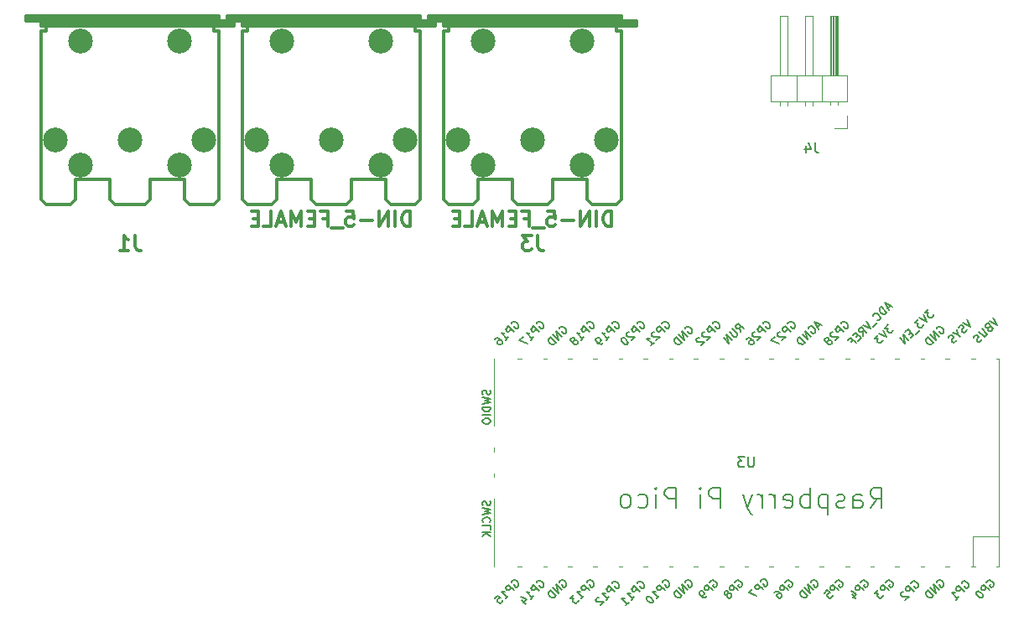
<source format=gbo>
G04 #@! TF.GenerationSoftware,KiCad,Pcbnew,7.0.1*
G04 #@! TF.CreationDate,2023-07-01T12:51:21-04:00*
G04 #@! TF.ProjectId,ArpeggiatorV1.1,41727065-6767-4696-9174-6f7256312e31,rev?*
G04 #@! TF.SameCoordinates,Original*
G04 #@! TF.FileFunction,Legend,Bot*
G04 #@! TF.FilePolarity,Positive*
%FSLAX46Y46*%
G04 Gerber Fmt 4.6, Leading zero omitted, Abs format (unit mm)*
G04 Created by KiCad (PCBNEW 7.0.1) date 2023-07-01 12:51:21*
%MOMM*%
%LPD*%
G01*
G04 APERTURE LIST*
%ADD10C,0.150000*%
%ADD11C,0.304800*%
%ADD12C,0.120000*%
%ADD13C,2.499360*%
G04 APERTURE END LIST*
D10*
X121728001Y-84591238D02*
X122394668Y-83638857D01*
X122870858Y-84591238D02*
X122870858Y-82591238D01*
X122870858Y-82591238D02*
X122108953Y-82591238D01*
X122108953Y-82591238D02*
X121918477Y-82686476D01*
X121918477Y-82686476D02*
X121823239Y-82781714D01*
X121823239Y-82781714D02*
X121728001Y-82972190D01*
X121728001Y-82972190D02*
X121728001Y-83257904D01*
X121728001Y-83257904D02*
X121823239Y-83448380D01*
X121823239Y-83448380D02*
X121918477Y-83543619D01*
X121918477Y-83543619D02*
X122108953Y-83638857D01*
X122108953Y-83638857D02*
X122870858Y-83638857D01*
X120013715Y-84591238D02*
X120013715Y-83543619D01*
X120013715Y-83543619D02*
X120108953Y-83353142D01*
X120108953Y-83353142D02*
X120299429Y-83257904D01*
X120299429Y-83257904D02*
X120680382Y-83257904D01*
X120680382Y-83257904D02*
X120870858Y-83353142D01*
X120013715Y-84496000D02*
X120204191Y-84591238D01*
X120204191Y-84591238D02*
X120680382Y-84591238D01*
X120680382Y-84591238D02*
X120870858Y-84496000D01*
X120870858Y-84496000D02*
X120966096Y-84305523D01*
X120966096Y-84305523D02*
X120966096Y-84115047D01*
X120966096Y-84115047D02*
X120870858Y-83924571D01*
X120870858Y-83924571D02*
X120680382Y-83829333D01*
X120680382Y-83829333D02*
X120204191Y-83829333D01*
X120204191Y-83829333D02*
X120013715Y-83734095D01*
X119156572Y-84496000D02*
X118966096Y-84591238D01*
X118966096Y-84591238D02*
X118585144Y-84591238D01*
X118585144Y-84591238D02*
X118394667Y-84496000D01*
X118394667Y-84496000D02*
X118299429Y-84305523D01*
X118299429Y-84305523D02*
X118299429Y-84210285D01*
X118299429Y-84210285D02*
X118394667Y-84019809D01*
X118394667Y-84019809D02*
X118585144Y-83924571D01*
X118585144Y-83924571D02*
X118870858Y-83924571D01*
X118870858Y-83924571D02*
X119061334Y-83829333D01*
X119061334Y-83829333D02*
X119156572Y-83638857D01*
X119156572Y-83638857D02*
X119156572Y-83543619D01*
X119156572Y-83543619D02*
X119061334Y-83353142D01*
X119061334Y-83353142D02*
X118870858Y-83257904D01*
X118870858Y-83257904D02*
X118585144Y-83257904D01*
X118585144Y-83257904D02*
X118394667Y-83353142D01*
X117442286Y-83257904D02*
X117442286Y-85257904D01*
X117442286Y-83353142D02*
X117251810Y-83257904D01*
X117251810Y-83257904D02*
X116870857Y-83257904D01*
X116870857Y-83257904D02*
X116680381Y-83353142D01*
X116680381Y-83353142D02*
X116585143Y-83448380D01*
X116585143Y-83448380D02*
X116489905Y-83638857D01*
X116489905Y-83638857D02*
X116489905Y-84210285D01*
X116489905Y-84210285D02*
X116585143Y-84400761D01*
X116585143Y-84400761D02*
X116680381Y-84496000D01*
X116680381Y-84496000D02*
X116870857Y-84591238D01*
X116870857Y-84591238D02*
X117251810Y-84591238D01*
X117251810Y-84591238D02*
X117442286Y-84496000D01*
X115632762Y-84591238D02*
X115632762Y-82591238D01*
X115632762Y-83353142D02*
X115442286Y-83257904D01*
X115442286Y-83257904D02*
X115061333Y-83257904D01*
X115061333Y-83257904D02*
X114870857Y-83353142D01*
X114870857Y-83353142D02*
X114775619Y-83448380D01*
X114775619Y-83448380D02*
X114680381Y-83638857D01*
X114680381Y-83638857D02*
X114680381Y-84210285D01*
X114680381Y-84210285D02*
X114775619Y-84400761D01*
X114775619Y-84400761D02*
X114870857Y-84496000D01*
X114870857Y-84496000D02*
X115061333Y-84591238D01*
X115061333Y-84591238D02*
X115442286Y-84591238D01*
X115442286Y-84591238D02*
X115632762Y-84496000D01*
X113061333Y-84496000D02*
X113251809Y-84591238D01*
X113251809Y-84591238D02*
X113632762Y-84591238D01*
X113632762Y-84591238D02*
X113823238Y-84496000D01*
X113823238Y-84496000D02*
X113918476Y-84305523D01*
X113918476Y-84305523D02*
X113918476Y-83543619D01*
X113918476Y-83543619D02*
X113823238Y-83353142D01*
X113823238Y-83353142D02*
X113632762Y-83257904D01*
X113632762Y-83257904D02*
X113251809Y-83257904D01*
X113251809Y-83257904D02*
X113061333Y-83353142D01*
X113061333Y-83353142D02*
X112966095Y-83543619D01*
X112966095Y-83543619D02*
X112966095Y-83734095D01*
X112966095Y-83734095D02*
X113918476Y-83924571D01*
X112108952Y-84591238D02*
X112108952Y-83257904D01*
X112108952Y-83638857D02*
X112013714Y-83448380D01*
X112013714Y-83448380D02*
X111918476Y-83353142D01*
X111918476Y-83353142D02*
X111728000Y-83257904D01*
X111728000Y-83257904D02*
X111537523Y-83257904D01*
X110870857Y-84591238D02*
X110870857Y-83257904D01*
X110870857Y-83638857D02*
X110775619Y-83448380D01*
X110775619Y-83448380D02*
X110680381Y-83353142D01*
X110680381Y-83353142D02*
X110489905Y-83257904D01*
X110489905Y-83257904D02*
X110299428Y-83257904D01*
X109823238Y-83257904D02*
X109347048Y-84591238D01*
X108870857Y-83257904D02*
X109347048Y-84591238D01*
X109347048Y-84591238D02*
X109537524Y-85067428D01*
X109537524Y-85067428D02*
X109632762Y-85162666D01*
X109632762Y-85162666D02*
X109823238Y-85257904D01*
X106585142Y-84591238D02*
X106585142Y-82591238D01*
X106585142Y-82591238D02*
X105823237Y-82591238D01*
X105823237Y-82591238D02*
X105632761Y-82686476D01*
X105632761Y-82686476D02*
X105537523Y-82781714D01*
X105537523Y-82781714D02*
X105442285Y-82972190D01*
X105442285Y-82972190D02*
X105442285Y-83257904D01*
X105442285Y-83257904D02*
X105537523Y-83448380D01*
X105537523Y-83448380D02*
X105632761Y-83543619D01*
X105632761Y-83543619D02*
X105823237Y-83638857D01*
X105823237Y-83638857D02*
X106585142Y-83638857D01*
X104585142Y-84591238D02*
X104585142Y-83257904D01*
X104585142Y-82591238D02*
X104680380Y-82686476D01*
X104680380Y-82686476D02*
X104585142Y-82781714D01*
X104585142Y-82781714D02*
X104489904Y-82686476D01*
X104489904Y-82686476D02*
X104585142Y-82591238D01*
X104585142Y-82591238D02*
X104585142Y-82781714D01*
X102108951Y-84591238D02*
X102108951Y-82591238D01*
X102108951Y-82591238D02*
X101347046Y-82591238D01*
X101347046Y-82591238D02*
X101156570Y-82686476D01*
X101156570Y-82686476D02*
X101061332Y-82781714D01*
X101061332Y-82781714D02*
X100966094Y-82972190D01*
X100966094Y-82972190D02*
X100966094Y-83257904D01*
X100966094Y-83257904D02*
X101061332Y-83448380D01*
X101061332Y-83448380D02*
X101156570Y-83543619D01*
X101156570Y-83543619D02*
X101347046Y-83638857D01*
X101347046Y-83638857D02*
X102108951Y-83638857D01*
X100108951Y-84591238D02*
X100108951Y-83257904D01*
X100108951Y-82591238D02*
X100204189Y-82686476D01*
X100204189Y-82686476D02*
X100108951Y-82781714D01*
X100108951Y-82781714D02*
X100013713Y-82686476D01*
X100013713Y-82686476D02*
X100108951Y-82591238D01*
X100108951Y-82591238D02*
X100108951Y-82781714D01*
X98299427Y-84496000D02*
X98489903Y-84591238D01*
X98489903Y-84591238D02*
X98870856Y-84591238D01*
X98870856Y-84591238D02*
X99061332Y-84496000D01*
X99061332Y-84496000D02*
X99156570Y-84400761D01*
X99156570Y-84400761D02*
X99251808Y-84210285D01*
X99251808Y-84210285D02*
X99251808Y-83638857D01*
X99251808Y-83638857D02*
X99156570Y-83448380D01*
X99156570Y-83448380D02*
X99061332Y-83353142D01*
X99061332Y-83353142D02*
X98870856Y-83257904D01*
X98870856Y-83257904D02*
X98489903Y-83257904D01*
X98489903Y-83257904D02*
X98299427Y-83353142D01*
X97156570Y-84591238D02*
X97347046Y-84496000D01*
X97347046Y-84496000D02*
X97442284Y-84400761D01*
X97442284Y-84400761D02*
X97537522Y-84210285D01*
X97537522Y-84210285D02*
X97537522Y-83638857D01*
X97537522Y-83638857D02*
X97442284Y-83448380D01*
X97442284Y-83448380D02*
X97347046Y-83353142D01*
X97347046Y-83353142D02*
X97156570Y-83257904D01*
X97156570Y-83257904D02*
X96870855Y-83257904D01*
X96870855Y-83257904D02*
X96680379Y-83353142D01*
X96680379Y-83353142D02*
X96585141Y-83448380D01*
X96585141Y-83448380D02*
X96489903Y-83638857D01*
X96489903Y-83638857D02*
X96489903Y-84210285D01*
X96489903Y-84210285D02*
X96585141Y-84400761D01*
X96585141Y-84400761D02*
X96680379Y-84496000D01*
X96680379Y-84496000D02*
X96870855Y-84591238D01*
X96870855Y-84591238D02*
X97156570Y-84591238D01*
X116157333Y-47722619D02*
X116157333Y-48436904D01*
X116157333Y-48436904D02*
X116204952Y-48579761D01*
X116204952Y-48579761D02*
X116300190Y-48675000D01*
X116300190Y-48675000D02*
X116443047Y-48722619D01*
X116443047Y-48722619D02*
X116538285Y-48722619D01*
X115252571Y-48055952D02*
X115252571Y-48722619D01*
X115490666Y-47675000D02*
X115728761Y-48389285D01*
X115728761Y-48389285D02*
X115109714Y-48389285D01*
D11*
X47498000Y-57093031D02*
X47498000Y-58181602D01*
X47498000Y-58181602D02*
X47570571Y-58399317D01*
X47570571Y-58399317D02*
X47715714Y-58544460D01*
X47715714Y-58544460D02*
X47933428Y-58617031D01*
X47933428Y-58617031D02*
X48078571Y-58617031D01*
X45974000Y-58617031D02*
X46844857Y-58617031D01*
X46409428Y-58617031D02*
X46409428Y-57093031D01*
X46409428Y-57093031D02*
X46554571Y-57310745D01*
X46554571Y-57310745D02*
X46699714Y-57455888D01*
X46699714Y-57455888D02*
X46844857Y-57528460D01*
X75292856Y-56155771D02*
X75292856Y-54631771D01*
X75292856Y-54631771D02*
X74929999Y-54631771D01*
X74929999Y-54631771D02*
X74712285Y-54704342D01*
X74712285Y-54704342D02*
X74567142Y-54849485D01*
X74567142Y-54849485D02*
X74494571Y-54994628D01*
X74494571Y-54994628D02*
X74421999Y-55284914D01*
X74421999Y-55284914D02*
X74421999Y-55502628D01*
X74421999Y-55502628D02*
X74494571Y-55792914D01*
X74494571Y-55792914D02*
X74567142Y-55938057D01*
X74567142Y-55938057D02*
X74712285Y-56083200D01*
X74712285Y-56083200D02*
X74929999Y-56155771D01*
X74929999Y-56155771D02*
X75292856Y-56155771D01*
X73768856Y-56155771D02*
X73768856Y-54631771D01*
X73043142Y-56155771D02*
X73043142Y-54631771D01*
X73043142Y-54631771D02*
X72172285Y-56155771D01*
X72172285Y-56155771D02*
X72172285Y-54631771D01*
X71446571Y-55575200D02*
X70285429Y-55575200D01*
X68834000Y-54631771D02*
X69559714Y-54631771D01*
X69559714Y-54631771D02*
X69632286Y-55357485D01*
X69632286Y-55357485D02*
X69559714Y-55284914D01*
X69559714Y-55284914D02*
X69414572Y-55212342D01*
X69414572Y-55212342D02*
X69051714Y-55212342D01*
X69051714Y-55212342D02*
X68906572Y-55284914D01*
X68906572Y-55284914D02*
X68834000Y-55357485D01*
X68834000Y-55357485D02*
X68761429Y-55502628D01*
X68761429Y-55502628D02*
X68761429Y-55865485D01*
X68761429Y-55865485D02*
X68834000Y-56010628D01*
X68834000Y-56010628D02*
X68906572Y-56083200D01*
X68906572Y-56083200D02*
X69051714Y-56155771D01*
X69051714Y-56155771D02*
X69414572Y-56155771D01*
X69414572Y-56155771D02*
X69559714Y-56083200D01*
X69559714Y-56083200D02*
X69632286Y-56010628D01*
X68471143Y-56300914D02*
X67310000Y-56300914D01*
X66439142Y-55357485D02*
X66947142Y-55357485D01*
X66947142Y-56155771D02*
X66947142Y-54631771D01*
X66947142Y-54631771D02*
X66221428Y-54631771D01*
X65640856Y-55357485D02*
X65132856Y-55357485D01*
X64915142Y-56155771D02*
X65640856Y-56155771D01*
X65640856Y-56155771D02*
X65640856Y-54631771D01*
X65640856Y-54631771D02*
X64915142Y-54631771D01*
X64261999Y-56155771D02*
X64261999Y-54631771D01*
X64261999Y-54631771D02*
X63753999Y-55720342D01*
X63753999Y-55720342D02*
X63245999Y-54631771D01*
X63245999Y-54631771D02*
X63245999Y-56155771D01*
X62592857Y-55720342D02*
X61867143Y-55720342D01*
X62738000Y-56155771D02*
X62230000Y-54631771D01*
X62230000Y-54631771D02*
X61722000Y-56155771D01*
X60488285Y-56155771D02*
X61213999Y-56155771D01*
X61213999Y-56155771D02*
X61213999Y-54631771D01*
X59980285Y-55357485D02*
X59472285Y-55357485D01*
X59254571Y-56155771D02*
X59980285Y-56155771D01*
X59980285Y-56155771D02*
X59980285Y-54631771D01*
X59980285Y-54631771D02*
X59254571Y-54631771D01*
D10*
X109981904Y-79472619D02*
X109981904Y-80282142D01*
X109981904Y-80282142D02*
X109934285Y-80377380D01*
X109934285Y-80377380D02*
X109886666Y-80425000D01*
X109886666Y-80425000D02*
X109791428Y-80472619D01*
X109791428Y-80472619D02*
X109600952Y-80472619D01*
X109600952Y-80472619D02*
X109505714Y-80425000D01*
X109505714Y-80425000D02*
X109458095Y-80377380D01*
X109458095Y-80377380D02*
X109410476Y-80282142D01*
X109410476Y-80282142D02*
X109410476Y-79472619D01*
X109029523Y-79472619D02*
X108410476Y-79472619D01*
X108410476Y-79472619D02*
X108743809Y-79853571D01*
X108743809Y-79853571D02*
X108600952Y-79853571D01*
X108600952Y-79853571D02*
X108505714Y-79901190D01*
X108505714Y-79901190D02*
X108458095Y-79948809D01*
X108458095Y-79948809D02*
X108410476Y-80044047D01*
X108410476Y-80044047D02*
X108410476Y-80282142D01*
X108410476Y-80282142D02*
X108458095Y-80377380D01*
X108458095Y-80377380D02*
X108505714Y-80425000D01*
X108505714Y-80425000D02*
X108600952Y-80472619D01*
X108600952Y-80472619D02*
X108886666Y-80472619D01*
X108886666Y-80472619D02*
X108981904Y-80425000D01*
X108981904Y-80425000D02*
X109029523Y-80377380D01*
X115723946Y-92101950D02*
X115750884Y-92021138D01*
X115750884Y-92021138D02*
X115831696Y-91940326D01*
X115831696Y-91940326D02*
X115939446Y-91886451D01*
X115939446Y-91886451D02*
X116047195Y-91886451D01*
X116047195Y-91886451D02*
X116128007Y-91913389D01*
X116128007Y-91913389D02*
X116262694Y-91994201D01*
X116262694Y-91994201D02*
X116343507Y-92075013D01*
X116343507Y-92075013D02*
X116424319Y-92209700D01*
X116424319Y-92209700D02*
X116451256Y-92290512D01*
X116451256Y-92290512D02*
X116451256Y-92398262D01*
X116451256Y-92398262D02*
X116397381Y-92506011D01*
X116397381Y-92506011D02*
X116343507Y-92559886D01*
X116343507Y-92559886D02*
X116235757Y-92613761D01*
X116235757Y-92613761D02*
X116181882Y-92613761D01*
X116181882Y-92613761D02*
X115993320Y-92425199D01*
X115993320Y-92425199D02*
X116101070Y-92317450D01*
X115993320Y-92910072D02*
X115427635Y-92344387D01*
X115427635Y-92344387D02*
X115670072Y-93233321D01*
X115670072Y-93233321D02*
X115104386Y-92667636D01*
X115400698Y-93502695D02*
X114835012Y-92937010D01*
X114835012Y-92937010D02*
X114700325Y-93071697D01*
X114700325Y-93071697D02*
X114646450Y-93179446D01*
X114646450Y-93179446D02*
X114646450Y-93287196D01*
X114646450Y-93287196D02*
X114673388Y-93368008D01*
X114673388Y-93368008D02*
X114754200Y-93502695D01*
X114754200Y-93502695D02*
X114835012Y-93583507D01*
X114835012Y-93583507D02*
X114969699Y-93664319D01*
X114969699Y-93664319D02*
X115050511Y-93691257D01*
X115050511Y-93691257D02*
X115158261Y-93691257D01*
X115158261Y-93691257D02*
X115266011Y-93637382D01*
X115266011Y-93637382D02*
X115400698Y-93502695D01*
X120777009Y-92128888D02*
X120803946Y-92048075D01*
X120803946Y-92048075D02*
X120884759Y-91967263D01*
X120884759Y-91967263D02*
X120992508Y-91913388D01*
X120992508Y-91913388D02*
X121100258Y-91913388D01*
X121100258Y-91913388D02*
X121181070Y-91940326D01*
X121181070Y-91940326D02*
X121315757Y-92021138D01*
X121315757Y-92021138D02*
X121396569Y-92101950D01*
X121396569Y-92101950D02*
X121477382Y-92236637D01*
X121477382Y-92236637D02*
X121504319Y-92317449D01*
X121504319Y-92317449D02*
X121504319Y-92425199D01*
X121504319Y-92425199D02*
X121450444Y-92532949D01*
X121450444Y-92532949D02*
X121396569Y-92586823D01*
X121396569Y-92586823D02*
X121288820Y-92640698D01*
X121288820Y-92640698D02*
X121234945Y-92640698D01*
X121234945Y-92640698D02*
X121046383Y-92452136D01*
X121046383Y-92452136D02*
X121154133Y-92344387D01*
X121046383Y-92937010D02*
X120480698Y-92371324D01*
X120480698Y-92371324D02*
X120265198Y-92586823D01*
X120265198Y-92586823D02*
X120238261Y-92667636D01*
X120238261Y-92667636D02*
X120238261Y-92721510D01*
X120238261Y-92721510D02*
X120265198Y-92802323D01*
X120265198Y-92802323D02*
X120346011Y-92883135D01*
X120346011Y-92883135D02*
X120426823Y-92910072D01*
X120426823Y-92910072D02*
X120480698Y-92910072D01*
X120480698Y-92910072D02*
X120561510Y-92883135D01*
X120561510Y-92883135D02*
X120777009Y-92667636D01*
X119861137Y-93368008D02*
X120238261Y-93745132D01*
X119780325Y-93017822D02*
X120319073Y-93287196D01*
X120319073Y-93287196D02*
X119968887Y-93637382D01*
X88026384Y-92159513D02*
X88053321Y-92078701D01*
X88053321Y-92078701D02*
X88134133Y-91997889D01*
X88134133Y-91997889D02*
X88241883Y-91944014D01*
X88241883Y-91944014D02*
X88349632Y-91944014D01*
X88349632Y-91944014D02*
X88430445Y-91970951D01*
X88430445Y-91970951D02*
X88565132Y-92051764D01*
X88565132Y-92051764D02*
X88645944Y-92132576D01*
X88645944Y-92132576D02*
X88726756Y-92267263D01*
X88726756Y-92267263D02*
X88753693Y-92348075D01*
X88753693Y-92348075D02*
X88753693Y-92455825D01*
X88753693Y-92455825D02*
X88699819Y-92563574D01*
X88699819Y-92563574D02*
X88645944Y-92617449D01*
X88645944Y-92617449D02*
X88538194Y-92671324D01*
X88538194Y-92671324D02*
X88484319Y-92671324D01*
X88484319Y-92671324D02*
X88295758Y-92482762D01*
X88295758Y-92482762D02*
X88403507Y-92375012D01*
X88295758Y-92967635D02*
X87730072Y-92401950D01*
X87730072Y-92401950D02*
X87514573Y-92617449D01*
X87514573Y-92617449D02*
X87487636Y-92698261D01*
X87487636Y-92698261D02*
X87487636Y-92752136D01*
X87487636Y-92752136D02*
X87514573Y-92832948D01*
X87514573Y-92832948D02*
X87595385Y-92913760D01*
X87595385Y-92913760D02*
X87676197Y-92940698D01*
X87676197Y-92940698D02*
X87730072Y-92940698D01*
X87730072Y-92940698D02*
X87810884Y-92913760D01*
X87810884Y-92913760D02*
X88026384Y-92698261D01*
X87433761Y-93829632D02*
X87757010Y-93506383D01*
X87595385Y-93668008D02*
X87029700Y-93102322D01*
X87029700Y-93102322D02*
X87164387Y-93129260D01*
X87164387Y-93129260D02*
X87272136Y-93129260D01*
X87272136Y-93129260D02*
X87352948Y-93102322D01*
X86571764Y-93937382D02*
X86948887Y-94314505D01*
X86490951Y-93587196D02*
X87029700Y-93856570D01*
X87029700Y-93856570D02*
X86679513Y-94206756D01*
X113157009Y-92128888D02*
X113183946Y-92048075D01*
X113183946Y-92048075D02*
X113264759Y-91967263D01*
X113264759Y-91967263D02*
X113372508Y-91913388D01*
X113372508Y-91913388D02*
X113480258Y-91913388D01*
X113480258Y-91913388D02*
X113561070Y-91940326D01*
X113561070Y-91940326D02*
X113695757Y-92021138D01*
X113695757Y-92021138D02*
X113776569Y-92101950D01*
X113776569Y-92101950D02*
X113857382Y-92236637D01*
X113857382Y-92236637D02*
X113884319Y-92317449D01*
X113884319Y-92317449D02*
X113884319Y-92425199D01*
X113884319Y-92425199D02*
X113830444Y-92532949D01*
X113830444Y-92532949D02*
X113776569Y-92586823D01*
X113776569Y-92586823D02*
X113668820Y-92640698D01*
X113668820Y-92640698D02*
X113614945Y-92640698D01*
X113614945Y-92640698D02*
X113426383Y-92452136D01*
X113426383Y-92452136D02*
X113534133Y-92344387D01*
X113426383Y-92937010D02*
X112860698Y-92371324D01*
X112860698Y-92371324D02*
X112645198Y-92586823D01*
X112645198Y-92586823D02*
X112618261Y-92667636D01*
X112618261Y-92667636D02*
X112618261Y-92721510D01*
X112618261Y-92721510D02*
X112645198Y-92802323D01*
X112645198Y-92802323D02*
X112726011Y-92883135D01*
X112726011Y-92883135D02*
X112806823Y-92910072D01*
X112806823Y-92910072D02*
X112860698Y-92910072D01*
X112860698Y-92910072D02*
X112941510Y-92883135D01*
X112941510Y-92883135D02*
X113157009Y-92667636D01*
X112052576Y-93179446D02*
X112160325Y-93071697D01*
X112160325Y-93071697D02*
X112241137Y-93044759D01*
X112241137Y-93044759D02*
X112295012Y-93044759D01*
X112295012Y-93044759D02*
X112429699Y-93071697D01*
X112429699Y-93071697D02*
X112564386Y-93152509D01*
X112564386Y-93152509D02*
X112779885Y-93368008D01*
X112779885Y-93368008D02*
X112806823Y-93448820D01*
X112806823Y-93448820D02*
X112806823Y-93502695D01*
X112806823Y-93502695D02*
X112779885Y-93583507D01*
X112779885Y-93583507D02*
X112672136Y-93691257D01*
X112672136Y-93691257D02*
X112591324Y-93718194D01*
X112591324Y-93718194D02*
X112537449Y-93718194D01*
X112537449Y-93718194D02*
X112456637Y-93691257D01*
X112456637Y-93691257D02*
X112321950Y-93556570D01*
X112321950Y-93556570D02*
X112295012Y-93475758D01*
X112295012Y-93475758D02*
X112295012Y-93421883D01*
X112295012Y-93421883D02*
X112321950Y-93341071D01*
X112321950Y-93341071D02*
X112429699Y-93233321D01*
X112429699Y-93233321D02*
X112510511Y-93206384D01*
X112510511Y-93206384D02*
X112564386Y-93206384D01*
X112564386Y-93206384D02*
X112645198Y-93233321D01*
X113416384Y-66005513D02*
X113443321Y-65924701D01*
X113443321Y-65924701D02*
X113524133Y-65843889D01*
X113524133Y-65843889D02*
X113631883Y-65790014D01*
X113631883Y-65790014D02*
X113739632Y-65790014D01*
X113739632Y-65790014D02*
X113820445Y-65816951D01*
X113820445Y-65816951D02*
X113955132Y-65897764D01*
X113955132Y-65897764D02*
X114035944Y-65978576D01*
X114035944Y-65978576D02*
X114116756Y-66113263D01*
X114116756Y-66113263D02*
X114143693Y-66194075D01*
X114143693Y-66194075D02*
X114143693Y-66301825D01*
X114143693Y-66301825D02*
X114089819Y-66409574D01*
X114089819Y-66409574D02*
X114035944Y-66463449D01*
X114035944Y-66463449D02*
X113928194Y-66517324D01*
X113928194Y-66517324D02*
X113874319Y-66517324D01*
X113874319Y-66517324D02*
X113685758Y-66328762D01*
X113685758Y-66328762D02*
X113793507Y-66221012D01*
X113685758Y-66813635D02*
X113120072Y-66247950D01*
X113120072Y-66247950D02*
X112904573Y-66463449D01*
X112904573Y-66463449D02*
X112877636Y-66544261D01*
X112877636Y-66544261D02*
X112877636Y-66598136D01*
X112877636Y-66598136D02*
X112904573Y-66678948D01*
X112904573Y-66678948D02*
X112985385Y-66759760D01*
X112985385Y-66759760D02*
X113066197Y-66786698D01*
X113066197Y-66786698D02*
X113120072Y-66786698D01*
X113120072Y-66786698D02*
X113200884Y-66759760D01*
X113200884Y-66759760D02*
X113416384Y-66544261D01*
X112635199Y-66840573D02*
X112581324Y-66840573D01*
X112581324Y-66840573D02*
X112500512Y-66867510D01*
X112500512Y-66867510D02*
X112365825Y-67002197D01*
X112365825Y-67002197D02*
X112338887Y-67083009D01*
X112338887Y-67083009D02*
X112338887Y-67136884D01*
X112338887Y-67136884D02*
X112365825Y-67217696D01*
X112365825Y-67217696D02*
X112419700Y-67271571D01*
X112419700Y-67271571D02*
X112527449Y-67325446D01*
X112527449Y-67325446D02*
X113173947Y-67325446D01*
X113173947Y-67325446D02*
X112823761Y-67675632D01*
X112069513Y-67298509D02*
X111692390Y-67675632D01*
X111692390Y-67675632D02*
X112500512Y-67998881D01*
X98186384Y-66005513D02*
X98213321Y-65924701D01*
X98213321Y-65924701D02*
X98294133Y-65843889D01*
X98294133Y-65843889D02*
X98401883Y-65790014D01*
X98401883Y-65790014D02*
X98509632Y-65790014D01*
X98509632Y-65790014D02*
X98590445Y-65816951D01*
X98590445Y-65816951D02*
X98725132Y-65897764D01*
X98725132Y-65897764D02*
X98805944Y-65978576D01*
X98805944Y-65978576D02*
X98886756Y-66113263D01*
X98886756Y-66113263D02*
X98913693Y-66194075D01*
X98913693Y-66194075D02*
X98913693Y-66301825D01*
X98913693Y-66301825D02*
X98859819Y-66409574D01*
X98859819Y-66409574D02*
X98805944Y-66463449D01*
X98805944Y-66463449D02*
X98698194Y-66517324D01*
X98698194Y-66517324D02*
X98644319Y-66517324D01*
X98644319Y-66517324D02*
X98455758Y-66328762D01*
X98455758Y-66328762D02*
X98563507Y-66221012D01*
X98455758Y-66813635D02*
X97890072Y-66247950D01*
X97890072Y-66247950D02*
X97674573Y-66463449D01*
X97674573Y-66463449D02*
X97647636Y-66544261D01*
X97647636Y-66544261D02*
X97647636Y-66598136D01*
X97647636Y-66598136D02*
X97674573Y-66678948D01*
X97674573Y-66678948D02*
X97755385Y-66759760D01*
X97755385Y-66759760D02*
X97836197Y-66786698D01*
X97836197Y-66786698D02*
X97890072Y-66786698D01*
X97890072Y-66786698D02*
X97970884Y-66759760D01*
X97970884Y-66759760D02*
X98186384Y-66544261D01*
X97405199Y-66840573D02*
X97351324Y-66840573D01*
X97351324Y-66840573D02*
X97270512Y-66867510D01*
X97270512Y-66867510D02*
X97135825Y-67002197D01*
X97135825Y-67002197D02*
X97108887Y-67083009D01*
X97108887Y-67083009D02*
X97108887Y-67136884D01*
X97108887Y-67136884D02*
X97135825Y-67217696D01*
X97135825Y-67217696D02*
X97189700Y-67271571D01*
X97189700Y-67271571D02*
X97297449Y-67325446D01*
X97297449Y-67325446D02*
X97943947Y-67325446D01*
X97943947Y-67325446D02*
X97593761Y-67675632D01*
X96677889Y-67460133D02*
X96624014Y-67514008D01*
X96624014Y-67514008D02*
X96597077Y-67594820D01*
X96597077Y-67594820D02*
X96597077Y-67648695D01*
X96597077Y-67648695D02*
X96624014Y-67729507D01*
X96624014Y-67729507D02*
X96704826Y-67864194D01*
X96704826Y-67864194D02*
X96839513Y-67998881D01*
X96839513Y-67998881D02*
X96974200Y-68079693D01*
X96974200Y-68079693D02*
X97055013Y-68106631D01*
X97055013Y-68106631D02*
X97108887Y-68106631D01*
X97108887Y-68106631D02*
X97189700Y-68079693D01*
X97189700Y-68079693D02*
X97243574Y-68025818D01*
X97243574Y-68025818D02*
X97270512Y-67945006D01*
X97270512Y-67945006D02*
X97270512Y-67891131D01*
X97270512Y-67891131D02*
X97243574Y-67810319D01*
X97243574Y-67810319D02*
X97162762Y-67675632D01*
X97162762Y-67675632D02*
X97028075Y-67540945D01*
X97028075Y-67540945D02*
X96893388Y-67460133D01*
X96893388Y-67460133D02*
X96812576Y-67433196D01*
X96812576Y-67433196D02*
X96758701Y-67433196D01*
X96758701Y-67433196D02*
X96677889Y-67460133D01*
X103023946Y-92101950D02*
X103050884Y-92021138D01*
X103050884Y-92021138D02*
X103131696Y-91940326D01*
X103131696Y-91940326D02*
X103239446Y-91886451D01*
X103239446Y-91886451D02*
X103347195Y-91886451D01*
X103347195Y-91886451D02*
X103428007Y-91913389D01*
X103428007Y-91913389D02*
X103562694Y-91994201D01*
X103562694Y-91994201D02*
X103643507Y-92075013D01*
X103643507Y-92075013D02*
X103724319Y-92209700D01*
X103724319Y-92209700D02*
X103751256Y-92290512D01*
X103751256Y-92290512D02*
X103751256Y-92398262D01*
X103751256Y-92398262D02*
X103697381Y-92506011D01*
X103697381Y-92506011D02*
X103643507Y-92559886D01*
X103643507Y-92559886D02*
X103535757Y-92613761D01*
X103535757Y-92613761D02*
X103481882Y-92613761D01*
X103481882Y-92613761D02*
X103293320Y-92425199D01*
X103293320Y-92425199D02*
X103401070Y-92317450D01*
X103293320Y-92910072D02*
X102727635Y-92344387D01*
X102727635Y-92344387D02*
X102970072Y-93233321D01*
X102970072Y-93233321D02*
X102404386Y-92667636D01*
X102700698Y-93502695D02*
X102135012Y-92937010D01*
X102135012Y-92937010D02*
X102000325Y-93071697D01*
X102000325Y-93071697D02*
X101946450Y-93179446D01*
X101946450Y-93179446D02*
X101946450Y-93287196D01*
X101946450Y-93287196D02*
X101973388Y-93368008D01*
X101973388Y-93368008D02*
X102054200Y-93502695D01*
X102054200Y-93502695D02*
X102135012Y-93583507D01*
X102135012Y-93583507D02*
X102269699Y-93664319D01*
X102269699Y-93664319D02*
X102350511Y-93691257D01*
X102350511Y-93691257D02*
X102458261Y-93691257D01*
X102458261Y-93691257D02*
X102566011Y-93637382D01*
X102566011Y-93637382D02*
X102700698Y-93502695D01*
X90323946Y-66501950D02*
X90350884Y-66421138D01*
X90350884Y-66421138D02*
X90431696Y-66340326D01*
X90431696Y-66340326D02*
X90539446Y-66286451D01*
X90539446Y-66286451D02*
X90647195Y-66286451D01*
X90647195Y-66286451D02*
X90728007Y-66313389D01*
X90728007Y-66313389D02*
X90862694Y-66394201D01*
X90862694Y-66394201D02*
X90943507Y-66475013D01*
X90943507Y-66475013D02*
X91024319Y-66609700D01*
X91024319Y-66609700D02*
X91051256Y-66690512D01*
X91051256Y-66690512D02*
X91051256Y-66798262D01*
X91051256Y-66798262D02*
X90997381Y-66906011D01*
X90997381Y-66906011D02*
X90943507Y-66959886D01*
X90943507Y-66959886D02*
X90835757Y-67013761D01*
X90835757Y-67013761D02*
X90781882Y-67013761D01*
X90781882Y-67013761D02*
X90593320Y-66825199D01*
X90593320Y-66825199D02*
X90701070Y-66717450D01*
X90593320Y-67310072D02*
X90027635Y-66744387D01*
X90027635Y-66744387D02*
X90270072Y-67633321D01*
X90270072Y-67633321D02*
X89704386Y-67067636D01*
X90000698Y-67902695D02*
X89435012Y-67337010D01*
X89435012Y-67337010D02*
X89300325Y-67471697D01*
X89300325Y-67471697D02*
X89246450Y-67579446D01*
X89246450Y-67579446D02*
X89246450Y-67687196D01*
X89246450Y-67687196D02*
X89273388Y-67768008D01*
X89273388Y-67768008D02*
X89354200Y-67902695D01*
X89354200Y-67902695D02*
X89435012Y-67983507D01*
X89435012Y-67983507D02*
X89569699Y-68064319D01*
X89569699Y-68064319D02*
X89650511Y-68091257D01*
X89650511Y-68091257D02*
X89758261Y-68091257D01*
X89758261Y-68091257D02*
X89866011Y-68037382D01*
X89866011Y-68037382D02*
X90000698Y-67902695D01*
X134153101Y-65368921D02*
X134530224Y-66123168D01*
X134530224Y-66123168D02*
X133775977Y-65746045D01*
X133668228Y-66392542D02*
X133614353Y-66500292D01*
X133614353Y-66500292D02*
X133614353Y-66554167D01*
X133614353Y-66554167D02*
X133641290Y-66634979D01*
X133641290Y-66634979D02*
X133722103Y-66715791D01*
X133722103Y-66715791D02*
X133802915Y-66742728D01*
X133802915Y-66742728D02*
X133856790Y-66742728D01*
X133856790Y-66742728D02*
X133937602Y-66715791D01*
X133937602Y-66715791D02*
X134153101Y-66500292D01*
X134153101Y-66500292D02*
X133587416Y-65934606D01*
X133587416Y-65934606D02*
X133398854Y-66123168D01*
X133398854Y-66123168D02*
X133371916Y-66203980D01*
X133371916Y-66203980D02*
X133371916Y-66257855D01*
X133371916Y-66257855D02*
X133398854Y-66338667D01*
X133398854Y-66338667D02*
X133452729Y-66392542D01*
X133452729Y-66392542D02*
X133533541Y-66419480D01*
X133533541Y-66419480D02*
X133587416Y-66419480D01*
X133587416Y-66419480D02*
X133668228Y-66392542D01*
X133668228Y-66392542D02*
X133856790Y-66203980D01*
X133021730Y-66500292D02*
X133479666Y-66958228D01*
X133479666Y-66958228D02*
X133506603Y-67039040D01*
X133506603Y-67039040D02*
X133506603Y-67092915D01*
X133506603Y-67092915D02*
X133479666Y-67173727D01*
X133479666Y-67173727D02*
X133371916Y-67281476D01*
X133371916Y-67281476D02*
X133291104Y-67308414D01*
X133291104Y-67308414D02*
X133237229Y-67308414D01*
X133237229Y-67308414D02*
X133156417Y-67281476D01*
X133156417Y-67281476D02*
X132698481Y-66823541D01*
X132994793Y-67604725D02*
X132940918Y-67712475D01*
X132940918Y-67712475D02*
X132806231Y-67847162D01*
X132806231Y-67847162D02*
X132725419Y-67874099D01*
X132725419Y-67874099D02*
X132671544Y-67874099D01*
X132671544Y-67874099D02*
X132590732Y-67847162D01*
X132590732Y-67847162D02*
X132536857Y-67793287D01*
X132536857Y-67793287D02*
X132509920Y-67712475D01*
X132509920Y-67712475D02*
X132509920Y-67658600D01*
X132509920Y-67658600D02*
X132536857Y-67577788D01*
X132536857Y-67577788D02*
X132617669Y-67443101D01*
X132617669Y-67443101D02*
X132644607Y-67362288D01*
X132644607Y-67362288D02*
X132644607Y-67308414D01*
X132644607Y-67308414D02*
X132617669Y-67227601D01*
X132617669Y-67227601D02*
X132563794Y-67173727D01*
X132563794Y-67173727D02*
X132482982Y-67146789D01*
X132482982Y-67146789D02*
X132429107Y-67146789D01*
X132429107Y-67146789D02*
X132348295Y-67173727D01*
X132348295Y-67173727D02*
X132213608Y-67308414D01*
X132213608Y-67308414D02*
X132159733Y-67416163D01*
X128423946Y-92101950D02*
X128450884Y-92021138D01*
X128450884Y-92021138D02*
X128531696Y-91940326D01*
X128531696Y-91940326D02*
X128639446Y-91886451D01*
X128639446Y-91886451D02*
X128747195Y-91886451D01*
X128747195Y-91886451D02*
X128828007Y-91913389D01*
X128828007Y-91913389D02*
X128962694Y-91994201D01*
X128962694Y-91994201D02*
X129043507Y-92075013D01*
X129043507Y-92075013D02*
X129124319Y-92209700D01*
X129124319Y-92209700D02*
X129151256Y-92290512D01*
X129151256Y-92290512D02*
X129151256Y-92398262D01*
X129151256Y-92398262D02*
X129097381Y-92506011D01*
X129097381Y-92506011D02*
X129043507Y-92559886D01*
X129043507Y-92559886D02*
X128935757Y-92613761D01*
X128935757Y-92613761D02*
X128881882Y-92613761D01*
X128881882Y-92613761D02*
X128693320Y-92425199D01*
X128693320Y-92425199D02*
X128801070Y-92317450D01*
X128693320Y-92910072D02*
X128127635Y-92344387D01*
X128127635Y-92344387D02*
X128370072Y-93233321D01*
X128370072Y-93233321D02*
X127804386Y-92667636D01*
X128100698Y-93502695D02*
X127535012Y-92937010D01*
X127535012Y-92937010D02*
X127400325Y-93071697D01*
X127400325Y-93071697D02*
X127346450Y-93179446D01*
X127346450Y-93179446D02*
X127346450Y-93287196D01*
X127346450Y-93287196D02*
X127373388Y-93368008D01*
X127373388Y-93368008D02*
X127454200Y-93502695D01*
X127454200Y-93502695D02*
X127535012Y-93583507D01*
X127535012Y-93583507D02*
X127669699Y-93664319D01*
X127669699Y-93664319D02*
X127750511Y-93691257D01*
X127750511Y-93691257D02*
X127858261Y-93691257D01*
X127858261Y-93691257D02*
X127966011Y-93637382D01*
X127966011Y-93637382D02*
X128100698Y-93502695D01*
X85486384Y-66005513D02*
X85513321Y-65924701D01*
X85513321Y-65924701D02*
X85594133Y-65843889D01*
X85594133Y-65843889D02*
X85701883Y-65790014D01*
X85701883Y-65790014D02*
X85809632Y-65790014D01*
X85809632Y-65790014D02*
X85890445Y-65816951D01*
X85890445Y-65816951D02*
X86025132Y-65897764D01*
X86025132Y-65897764D02*
X86105944Y-65978576D01*
X86105944Y-65978576D02*
X86186756Y-66113263D01*
X86186756Y-66113263D02*
X86213693Y-66194075D01*
X86213693Y-66194075D02*
X86213693Y-66301825D01*
X86213693Y-66301825D02*
X86159819Y-66409574D01*
X86159819Y-66409574D02*
X86105944Y-66463449D01*
X86105944Y-66463449D02*
X85998194Y-66517324D01*
X85998194Y-66517324D02*
X85944319Y-66517324D01*
X85944319Y-66517324D02*
X85755758Y-66328762D01*
X85755758Y-66328762D02*
X85863507Y-66221012D01*
X85755758Y-66813635D02*
X85190072Y-66247950D01*
X85190072Y-66247950D02*
X84974573Y-66463449D01*
X84974573Y-66463449D02*
X84947636Y-66544261D01*
X84947636Y-66544261D02*
X84947636Y-66598136D01*
X84947636Y-66598136D02*
X84974573Y-66678948D01*
X84974573Y-66678948D02*
X85055385Y-66759760D01*
X85055385Y-66759760D02*
X85136197Y-66786698D01*
X85136197Y-66786698D02*
X85190072Y-66786698D01*
X85190072Y-66786698D02*
X85270884Y-66759760D01*
X85270884Y-66759760D02*
X85486384Y-66544261D01*
X84893761Y-67675632D02*
X85217010Y-67352383D01*
X85055385Y-67514008D02*
X84489700Y-66948322D01*
X84489700Y-66948322D02*
X84624387Y-66975260D01*
X84624387Y-66975260D02*
X84732136Y-66975260D01*
X84732136Y-66975260D02*
X84812948Y-66948322D01*
X83843202Y-67594820D02*
X83950951Y-67487070D01*
X83950951Y-67487070D02*
X84031764Y-67460133D01*
X84031764Y-67460133D02*
X84085638Y-67460133D01*
X84085638Y-67460133D02*
X84220326Y-67487070D01*
X84220326Y-67487070D02*
X84355013Y-67567883D01*
X84355013Y-67567883D02*
X84570512Y-67783382D01*
X84570512Y-67783382D02*
X84597449Y-67864194D01*
X84597449Y-67864194D02*
X84597449Y-67918069D01*
X84597449Y-67918069D02*
X84570512Y-67998881D01*
X84570512Y-67998881D02*
X84462762Y-68106631D01*
X84462762Y-68106631D02*
X84381950Y-68133568D01*
X84381950Y-68133568D02*
X84328075Y-68133568D01*
X84328075Y-68133568D02*
X84247263Y-68106631D01*
X84247263Y-68106631D02*
X84112576Y-67971944D01*
X84112576Y-67971944D02*
X84085638Y-67891131D01*
X84085638Y-67891131D02*
X84085638Y-67837257D01*
X84085638Y-67837257D02*
X84112576Y-67756444D01*
X84112576Y-67756444D02*
X84220326Y-67648695D01*
X84220326Y-67648695D02*
X84301138Y-67621757D01*
X84301138Y-67621757D02*
X84355013Y-67621757D01*
X84355013Y-67621757D02*
X84435825Y-67648695D01*
X100726384Y-92113513D02*
X100753321Y-92032701D01*
X100753321Y-92032701D02*
X100834133Y-91951889D01*
X100834133Y-91951889D02*
X100941883Y-91898014D01*
X100941883Y-91898014D02*
X101049632Y-91898014D01*
X101049632Y-91898014D02*
X101130445Y-91924951D01*
X101130445Y-91924951D02*
X101265132Y-92005764D01*
X101265132Y-92005764D02*
X101345944Y-92086576D01*
X101345944Y-92086576D02*
X101426756Y-92221263D01*
X101426756Y-92221263D02*
X101453693Y-92302075D01*
X101453693Y-92302075D02*
X101453693Y-92409825D01*
X101453693Y-92409825D02*
X101399819Y-92517574D01*
X101399819Y-92517574D02*
X101345944Y-92571449D01*
X101345944Y-92571449D02*
X101238194Y-92625324D01*
X101238194Y-92625324D02*
X101184319Y-92625324D01*
X101184319Y-92625324D02*
X100995758Y-92436762D01*
X100995758Y-92436762D02*
X101103507Y-92329012D01*
X100995758Y-92921635D02*
X100430072Y-92355950D01*
X100430072Y-92355950D02*
X100214573Y-92571449D01*
X100214573Y-92571449D02*
X100187636Y-92652261D01*
X100187636Y-92652261D02*
X100187636Y-92706136D01*
X100187636Y-92706136D02*
X100214573Y-92786948D01*
X100214573Y-92786948D02*
X100295385Y-92867760D01*
X100295385Y-92867760D02*
X100376197Y-92894698D01*
X100376197Y-92894698D02*
X100430072Y-92894698D01*
X100430072Y-92894698D02*
X100510884Y-92867760D01*
X100510884Y-92867760D02*
X100726384Y-92652261D01*
X100133761Y-93783632D02*
X100457010Y-93460383D01*
X100295385Y-93622008D02*
X99729700Y-93056322D01*
X99729700Y-93056322D02*
X99864387Y-93083260D01*
X99864387Y-93083260D02*
X99972136Y-93083260D01*
X99972136Y-93083260D02*
X100052948Y-93056322D01*
X99217889Y-93568133D02*
X99164014Y-93622008D01*
X99164014Y-93622008D02*
X99137077Y-93702820D01*
X99137077Y-93702820D02*
X99137077Y-93756695D01*
X99137077Y-93756695D02*
X99164014Y-93837507D01*
X99164014Y-93837507D02*
X99244826Y-93972194D01*
X99244826Y-93972194D02*
X99379513Y-94106881D01*
X99379513Y-94106881D02*
X99514200Y-94187693D01*
X99514200Y-94187693D02*
X99595013Y-94214631D01*
X99595013Y-94214631D02*
X99648887Y-94214631D01*
X99648887Y-94214631D02*
X99729700Y-94187693D01*
X99729700Y-94187693D02*
X99783574Y-94133818D01*
X99783574Y-94133818D02*
X99810512Y-94053006D01*
X99810512Y-94053006D02*
X99810512Y-93999131D01*
X99810512Y-93999131D02*
X99783574Y-93918319D01*
X99783574Y-93918319D02*
X99702762Y-93783632D01*
X99702762Y-93783632D02*
X99568075Y-93648945D01*
X99568075Y-93648945D02*
X99433388Y-93568133D01*
X99433388Y-93568133D02*
X99352576Y-93541196D01*
X99352576Y-93541196D02*
X99298701Y-93541196D01*
X99298701Y-93541196D02*
X99217889Y-93568133D01*
X98186384Y-92259513D02*
X98213321Y-92178701D01*
X98213321Y-92178701D02*
X98294133Y-92097889D01*
X98294133Y-92097889D02*
X98401883Y-92044014D01*
X98401883Y-92044014D02*
X98509632Y-92044014D01*
X98509632Y-92044014D02*
X98590445Y-92070951D01*
X98590445Y-92070951D02*
X98725132Y-92151764D01*
X98725132Y-92151764D02*
X98805944Y-92232576D01*
X98805944Y-92232576D02*
X98886756Y-92367263D01*
X98886756Y-92367263D02*
X98913693Y-92448075D01*
X98913693Y-92448075D02*
X98913693Y-92555825D01*
X98913693Y-92555825D02*
X98859819Y-92663574D01*
X98859819Y-92663574D02*
X98805944Y-92717449D01*
X98805944Y-92717449D02*
X98698194Y-92771324D01*
X98698194Y-92771324D02*
X98644319Y-92771324D01*
X98644319Y-92771324D02*
X98455758Y-92582762D01*
X98455758Y-92582762D02*
X98563507Y-92475012D01*
X98455758Y-93067635D02*
X97890072Y-92501950D01*
X97890072Y-92501950D02*
X97674573Y-92717449D01*
X97674573Y-92717449D02*
X97647636Y-92798261D01*
X97647636Y-92798261D02*
X97647636Y-92852136D01*
X97647636Y-92852136D02*
X97674573Y-92932948D01*
X97674573Y-92932948D02*
X97755385Y-93013760D01*
X97755385Y-93013760D02*
X97836197Y-93040698D01*
X97836197Y-93040698D02*
X97890072Y-93040698D01*
X97890072Y-93040698D02*
X97970884Y-93013760D01*
X97970884Y-93013760D02*
X98186384Y-92798261D01*
X97593761Y-93929632D02*
X97917010Y-93606383D01*
X97755385Y-93768008D02*
X97189700Y-93202322D01*
X97189700Y-93202322D02*
X97324387Y-93229260D01*
X97324387Y-93229260D02*
X97432136Y-93229260D01*
X97432136Y-93229260D02*
X97512948Y-93202322D01*
X97055013Y-94468380D02*
X97378261Y-94145131D01*
X97216637Y-94306756D02*
X96650951Y-93741070D01*
X96650951Y-93741070D02*
X96785638Y-93768008D01*
X96785638Y-93768008D02*
X96893388Y-93768008D01*
X96893388Y-93768008D02*
X96974200Y-93741070D01*
X93106384Y-66005513D02*
X93133321Y-65924701D01*
X93133321Y-65924701D02*
X93214133Y-65843889D01*
X93214133Y-65843889D02*
X93321883Y-65790014D01*
X93321883Y-65790014D02*
X93429632Y-65790014D01*
X93429632Y-65790014D02*
X93510445Y-65816951D01*
X93510445Y-65816951D02*
X93645132Y-65897764D01*
X93645132Y-65897764D02*
X93725944Y-65978576D01*
X93725944Y-65978576D02*
X93806756Y-66113263D01*
X93806756Y-66113263D02*
X93833693Y-66194075D01*
X93833693Y-66194075D02*
X93833693Y-66301825D01*
X93833693Y-66301825D02*
X93779819Y-66409574D01*
X93779819Y-66409574D02*
X93725944Y-66463449D01*
X93725944Y-66463449D02*
X93618194Y-66517324D01*
X93618194Y-66517324D02*
X93564319Y-66517324D01*
X93564319Y-66517324D02*
X93375758Y-66328762D01*
X93375758Y-66328762D02*
X93483507Y-66221012D01*
X93375758Y-66813635D02*
X92810072Y-66247950D01*
X92810072Y-66247950D02*
X92594573Y-66463449D01*
X92594573Y-66463449D02*
X92567636Y-66544261D01*
X92567636Y-66544261D02*
X92567636Y-66598136D01*
X92567636Y-66598136D02*
X92594573Y-66678948D01*
X92594573Y-66678948D02*
X92675385Y-66759760D01*
X92675385Y-66759760D02*
X92756197Y-66786698D01*
X92756197Y-66786698D02*
X92810072Y-66786698D01*
X92810072Y-66786698D02*
X92890884Y-66759760D01*
X92890884Y-66759760D02*
X93106384Y-66544261D01*
X92513761Y-67675632D02*
X92837010Y-67352383D01*
X92675385Y-67514008D02*
X92109700Y-66948322D01*
X92109700Y-66948322D02*
X92244387Y-66975260D01*
X92244387Y-66975260D02*
X92352136Y-66975260D01*
X92352136Y-66975260D02*
X92432948Y-66948322D01*
X91867263Y-67675632D02*
X91894200Y-67594820D01*
X91894200Y-67594820D02*
X91894200Y-67540945D01*
X91894200Y-67540945D02*
X91867263Y-67460133D01*
X91867263Y-67460133D02*
X91840326Y-67433196D01*
X91840326Y-67433196D02*
X91759513Y-67406258D01*
X91759513Y-67406258D02*
X91705638Y-67406258D01*
X91705638Y-67406258D02*
X91624826Y-67433196D01*
X91624826Y-67433196D02*
X91517077Y-67540945D01*
X91517077Y-67540945D02*
X91490139Y-67621757D01*
X91490139Y-67621757D02*
X91490139Y-67675632D01*
X91490139Y-67675632D02*
X91517077Y-67756444D01*
X91517077Y-67756444D02*
X91544014Y-67783382D01*
X91544014Y-67783382D02*
X91624826Y-67810319D01*
X91624826Y-67810319D02*
X91678701Y-67810319D01*
X91678701Y-67810319D02*
X91759513Y-67783382D01*
X91759513Y-67783382D02*
X91867263Y-67675632D01*
X91867263Y-67675632D02*
X91948075Y-67648695D01*
X91948075Y-67648695D02*
X92001950Y-67648695D01*
X92001950Y-67648695D02*
X92082762Y-67675632D01*
X92082762Y-67675632D02*
X92190512Y-67783382D01*
X92190512Y-67783382D02*
X92217449Y-67864194D01*
X92217449Y-67864194D02*
X92217449Y-67918069D01*
X92217449Y-67918069D02*
X92190512Y-67998881D01*
X92190512Y-67998881D02*
X92082762Y-68106631D01*
X92082762Y-68106631D02*
X92001950Y-68133568D01*
X92001950Y-68133568D02*
X91948075Y-68133568D01*
X91948075Y-68133568D02*
X91867263Y-68106631D01*
X91867263Y-68106631D02*
X91759513Y-67998881D01*
X91759513Y-67998881D02*
X91732576Y-67918069D01*
X91732576Y-67918069D02*
X91732576Y-67864194D01*
X91732576Y-67864194D02*
X91759513Y-67783382D01*
X105537009Y-92128888D02*
X105563946Y-92048075D01*
X105563946Y-92048075D02*
X105644759Y-91967263D01*
X105644759Y-91967263D02*
X105752508Y-91913388D01*
X105752508Y-91913388D02*
X105860258Y-91913388D01*
X105860258Y-91913388D02*
X105941070Y-91940326D01*
X105941070Y-91940326D02*
X106075757Y-92021138D01*
X106075757Y-92021138D02*
X106156569Y-92101950D01*
X106156569Y-92101950D02*
X106237382Y-92236637D01*
X106237382Y-92236637D02*
X106264319Y-92317449D01*
X106264319Y-92317449D02*
X106264319Y-92425199D01*
X106264319Y-92425199D02*
X106210444Y-92532949D01*
X106210444Y-92532949D02*
X106156569Y-92586823D01*
X106156569Y-92586823D02*
X106048820Y-92640698D01*
X106048820Y-92640698D02*
X105994945Y-92640698D01*
X105994945Y-92640698D02*
X105806383Y-92452136D01*
X105806383Y-92452136D02*
X105914133Y-92344387D01*
X105806383Y-92937010D02*
X105240698Y-92371324D01*
X105240698Y-92371324D02*
X105025198Y-92586823D01*
X105025198Y-92586823D02*
X104998261Y-92667636D01*
X104998261Y-92667636D02*
X104998261Y-92721510D01*
X104998261Y-92721510D02*
X105025198Y-92802323D01*
X105025198Y-92802323D02*
X105106011Y-92883135D01*
X105106011Y-92883135D02*
X105186823Y-92910072D01*
X105186823Y-92910072D02*
X105240698Y-92910072D01*
X105240698Y-92910072D02*
X105321510Y-92883135D01*
X105321510Y-92883135D02*
X105537009Y-92667636D01*
X105213760Y-93529632D02*
X105106011Y-93637382D01*
X105106011Y-93637382D02*
X105025198Y-93664319D01*
X105025198Y-93664319D02*
X104971324Y-93664319D01*
X104971324Y-93664319D02*
X104836637Y-93637382D01*
X104836637Y-93637382D02*
X104701950Y-93556570D01*
X104701950Y-93556570D02*
X104486450Y-93341071D01*
X104486450Y-93341071D02*
X104459513Y-93260258D01*
X104459513Y-93260258D02*
X104459513Y-93206384D01*
X104459513Y-93206384D02*
X104486450Y-93125571D01*
X104486450Y-93125571D02*
X104594200Y-93017822D01*
X104594200Y-93017822D02*
X104675012Y-92990884D01*
X104675012Y-92990884D02*
X104728887Y-92990884D01*
X104728887Y-92990884D02*
X104809699Y-93017822D01*
X104809699Y-93017822D02*
X104944386Y-93152509D01*
X104944386Y-93152509D02*
X104971324Y-93233321D01*
X104971324Y-93233321D02*
X104971324Y-93287196D01*
X104971324Y-93287196D02*
X104944386Y-93368008D01*
X104944386Y-93368008D02*
X104836637Y-93475758D01*
X104836637Y-93475758D02*
X104755824Y-93502695D01*
X104755824Y-93502695D02*
X104701950Y-93502695D01*
X104701950Y-93502695D02*
X104621137Y-93475758D01*
X127584099Y-64537923D02*
X127233913Y-64888109D01*
X127233913Y-64888109D02*
X127637974Y-64915046D01*
X127637974Y-64915046D02*
X127557162Y-64995859D01*
X127557162Y-64995859D02*
X127530224Y-65076671D01*
X127530224Y-65076671D02*
X127530224Y-65130546D01*
X127530224Y-65130546D02*
X127557162Y-65211358D01*
X127557162Y-65211358D02*
X127691849Y-65346045D01*
X127691849Y-65346045D02*
X127772661Y-65372982D01*
X127772661Y-65372982D02*
X127826536Y-65372982D01*
X127826536Y-65372982D02*
X127907348Y-65346045D01*
X127907348Y-65346045D02*
X128068972Y-65184420D01*
X128068972Y-65184420D02*
X128095910Y-65103608D01*
X128095910Y-65103608D02*
X128095910Y-65049733D01*
X127072288Y-65049733D02*
X127449412Y-65803981D01*
X127449412Y-65803981D02*
X126695165Y-65426857D01*
X126560478Y-65561544D02*
X126210292Y-65911730D01*
X126210292Y-65911730D02*
X126614353Y-65938668D01*
X126614353Y-65938668D02*
X126533541Y-66019480D01*
X126533541Y-66019480D02*
X126506603Y-66100292D01*
X126506603Y-66100292D02*
X126506603Y-66154167D01*
X126506603Y-66154167D02*
X126533541Y-66234979D01*
X126533541Y-66234979D02*
X126668228Y-66369666D01*
X126668228Y-66369666D02*
X126749040Y-66396603D01*
X126749040Y-66396603D02*
X126802915Y-66396603D01*
X126802915Y-66396603D02*
X126883727Y-66369666D01*
X126883727Y-66369666D02*
X127045351Y-66208042D01*
X127045351Y-66208042D02*
X127072289Y-66127229D01*
X127072289Y-66127229D02*
X127072289Y-66073355D01*
X126722102Y-66639040D02*
X126291104Y-67070039D01*
X125806230Y-66854539D02*
X125617669Y-67043101D01*
X125833168Y-67420225D02*
X126102542Y-67150851D01*
X126102542Y-67150851D02*
X125536856Y-66585165D01*
X125536856Y-66585165D02*
X125267482Y-66854539D01*
X125590731Y-67662662D02*
X125025045Y-67096976D01*
X125025045Y-67096976D02*
X125267482Y-67985911D01*
X125267482Y-67985911D02*
X124701797Y-67420225D01*
X108629226Y-66854167D02*
X108548414Y-66396231D01*
X108952475Y-66530918D02*
X108386789Y-65965233D01*
X108386789Y-65965233D02*
X108171290Y-66180732D01*
X108171290Y-66180732D02*
X108144353Y-66261544D01*
X108144353Y-66261544D02*
X108144353Y-66315419D01*
X108144353Y-66315419D02*
X108171290Y-66396231D01*
X108171290Y-66396231D02*
X108252102Y-66477043D01*
X108252102Y-66477043D02*
X108332914Y-66503981D01*
X108332914Y-66503981D02*
X108386789Y-66503981D01*
X108386789Y-66503981D02*
X108467601Y-66477043D01*
X108467601Y-66477043D02*
X108683101Y-66261544D01*
X107821104Y-66530918D02*
X108279040Y-66988854D01*
X108279040Y-66988854D02*
X108305977Y-67069666D01*
X108305977Y-67069666D02*
X108305977Y-67123541D01*
X108305977Y-67123541D02*
X108279040Y-67204353D01*
X108279040Y-67204353D02*
X108171290Y-67312103D01*
X108171290Y-67312103D02*
X108090478Y-67339040D01*
X108090478Y-67339040D02*
X108036603Y-67339040D01*
X108036603Y-67339040D02*
X107955791Y-67312103D01*
X107955791Y-67312103D02*
X107497855Y-66854167D01*
X107794167Y-67689226D02*
X107228481Y-67123541D01*
X107228481Y-67123541D02*
X107470918Y-68012475D01*
X107470918Y-68012475D02*
X106905232Y-67446789D01*
X128423946Y-66501950D02*
X128450884Y-66421138D01*
X128450884Y-66421138D02*
X128531696Y-66340326D01*
X128531696Y-66340326D02*
X128639446Y-66286451D01*
X128639446Y-66286451D02*
X128747195Y-66286451D01*
X128747195Y-66286451D02*
X128828007Y-66313389D01*
X128828007Y-66313389D02*
X128962694Y-66394201D01*
X128962694Y-66394201D02*
X129043507Y-66475013D01*
X129043507Y-66475013D02*
X129124319Y-66609700D01*
X129124319Y-66609700D02*
X129151256Y-66690512D01*
X129151256Y-66690512D02*
X129151256Y-66798262D01*
X129151256Y-66798262D02*
X129097381Y-66906011D01*
X129097381Y-66906011D02*
X129043507Y-66959886D01*
X129043507Y-66959886D02*
X128935757Y-67013761D01*
X128935757Y-67013761D02*
X128881882Y-67013761D01*
X128881882Y-67013761D02*
X128693320Y-66825199D01*
X128693320Y-66825199D02*
X128801070Y-66717450D01*
X128693320Y-67310072D02*
X128127635Y-66744387D01*
X128127635Y-66744387D02*
X128370072Y-67633321D01*
X128370072Y-67633321D02*
X127804386Y-67067636D01*
X128100698Y-67902695D02*
X127535012Y-67337010D01*
X127535012Y-67337010D02*
X127400325Y-67471697D01*
X127400325Y-67471697D02*
X127346450Y-67579446D01*
X127346450Y-67579446D02*
X127346450Y-67687196D01*
X127346450Y-67687196D02*
X127373388Y-67768008D01*
X127373388Y-67768008D02*
X127454200Y-67902695D01*
X127454200Y-67902695D02*
X127535012Y-67983507D01*
X127535012Y-67983507D02*
X127669699Y-68064319D01*
X127669699Y-68064319D02*
X127750511Y-68091257D01*
X127750511Y-68091257D02*
X127858261Y-68091257D01*
X127858261Y-68091257D02*
X127966011Y-68037382D01*
X127966011Y-68037382D02*
X128100698Y-67902695D01*
X118760384Y-66005513D02*
X118787321Y-65924701D01*
X118787321Y-65924701D02*
X118868133Y-65843889D01*
X118868133Y-65843889D02*
X118975883Y-65790014D01*
X118975883Y-65790014D02*
X119083632Y-65790014D01*
X119083632Y-65790014D02*
X119164445Y-65816951D01*
X119164445Y-65816951D02*
X119299132Y-65897764D01*
X119299132Y-65897764D02*
X119379944Y-65978576D01*
X119379944Y-65978576D02*
X119460756Y-66113263D01*
X119460756Y-66113263D02*
X119487693Y-66194075D01*
X119487693Y-66194075D02*
X119487693Y-66301825D01*
X119487693Y-66301825D02*
X119433819Y-66409574D01*
X119433819Y-66409574D02*
X119379944Y-66463449D01*
X119379944Y-66463449D02*
X119272194Y-66517324D01*
X119272194Y-66517324D02*
X119218319Y-66517324D01*
X119218319Y-66517324D02*
X119029758Y-66328762D01*
X119029758Y-66328762D02*
X119137507Y-66221012D01*
X119029758Y-66813635D02*
X118464072Y-66247950D01*
X118464072Y-66247950D02*
X118248573Y-66463449D01*
X118248573Y-66463449D02*
X118221636Y-66544261D01*
X118221636Y-66544261D02*
X118221636Y-66598136D01*
X118221636Y-66598136D02*
X118248573Y-66678948D01*
X118248573Y-66678948D02*
X118329385Y-66759760D01*
X118329385Y-66759760D02*
X118410197Y-66786698D01*
X118410197Y-66786698D02*
X118464072Y-66786698D01*
X118464072Y-66786698D02*
X118544884Y-66759760D01*
X118544884Y-66759760D02*
X118760384Y-66544261D01*
X117979199Y-66840573D02*
X117925324Y-66840573D01*
X117925324Y-66840573D02*
X117844512Y-66867510D01*
X117844512Y-66867510D02*
X117709825Y-67002197D01*
X117709825Y-67002197D02*
X117682887Y-67083009D01*
X117682887Y-67083009D02*
X117682887Y-67136884D01*
X117682887Y-67136884D02*
X117709825Y-67217696D01*
X117709825Y-67217696D02*
X117763700Y-67271571D01*
X117763700Y-67271571D02*
X117871449Y-67325446D01*
X117871449Y-67325446D02*
X118517947Y-67325446D01*
X118517947Y-67325446D02*
X118167761Y-67675632D01*
X117521263Y-67675632D02*
X117548200Y-67594820D01*
X117548200Y-67594820D02*
X117548200Y-67540945D01*
X117548200Y-67540945D02*
X117521263Y-67460133D01*
X117521263Y-67460133D02*
X117494326Y-67433196D01*
X117494326Y-67433196D02*
X117413513Y-67406258D01*
X117413513Y-67406258D02*
X117359638Y-67406258D01*
X117359638Y-67406258D02*
X117278826Y-67433196D01*
X117278826Y-67433196D02*
X117171077Y-67540945D01*
X117171077Y-67540945D02*
X117144139Y-67621757D01*
X117144139Y-67621757D02*
X117144139Y-67675632D01*
X117144139Y-67675632D02*
X117171077Y-67756444D01*
X117171077Y-67756444D02*
X117198014Y-67783382D01*
X117198014Y-67783382D02*
X117278826Y-67810319D01*
X117278826Y-67810319D02*
X117332701Y-67810319D01*
X117332701Y-67810319D02*
X117413513Y-67783382D01*
X117413513Y-67783382D02*
X117521263Y-67675632D01*
X117521263Y-67675632D02*
X117602075Y-67648695D01*
X117602075Y-67648695D02*
X117655950Y-67648695D01*
X117655950Y-67648695D02*
X117736762Y-67675632D01*
X117736762Y-67675632D02*
X117844512Y-67783382D01*
X117844512Y-67783382D02*
X117871449Y-67864194D01*
X117871449Y-67864194D02*
X117871449Y-67918069D01*
X117871449Y-67918069D02*
X117844512Y-67998881D01*
X117844512Y-67998881D02*
X117736762Y-68106631D01*
X117736762Y-68106631D02*
X117655950Y-68133568D01*
X117655950Y-68133568D02*
X117602075Y-68133568D01*
X117602075Y-68133568D02*
X117521263Y-68106631D01*
X117521263Y-68106631D02*
X117413513Y-67998881D01*
X117413513Y-67998881D02*
X117386576Y-67918069D01*
X117386576Y-67918069D02*
X117386576Y-67864194D01*
X117386576Y-67864194D02*
X117413513Y-67783382D01*
X110886384Y-66005513D02*
X110913321Y-65924701D01*
X110913321Y-65924701D02*
X110994133Y-65843889D01*
X110994133Y-65843889D02*
X111101883Y-65790014D01*
X111101883Y-65790014D02*
X111209632Y-65790014D01*
X111209632Y-65790014D02*
X111290445Y-65816951D01*
X111290445Y-65816951D02*
X111425132Y-65897764D01*
X111425132Y-65897764D02*
X111505944Y-65978576D01*
X111505944Y-65978576D02*
X111586756Y-66113263D01*
X111586756Y-66113263D02*
X111613693Y-66194075D01*
X111613693Y-66194075D02*
X111613693Y-66301825D01*
X111613693Y-66301825D02*
X111559819Y-66409574D01*
X111559819Y-66409574D02*
X111505944Y-66463449D01*
X111505944Y-66463449D02*
X111398194Y-66517324D01*
X111398194Y-66517324D02*
X111344319Y-66517324D01*
X111344319Y-66517324D02*
X111155758Y-66328762D01*
X111155758Y-66328762D02*
X111263507Y-66221012D01*
X111155758Y-66813635D02*
X110590072Y-66247950D01*
X110590072Y-66247950D02*
X110374573Y-66463449D01*
X110374573Y-66463449D02*
X110347636Y-66544261D01*
X110347636Y-66544261D02*
X110347636Y-66598136D01*
X110347636Y-66598136D02*
X110374573Y-66678948D01*
X110374573Y-66678948D02*
X110455385Y-66759760D01*
X110455385Y-66759760D02*
X110536197Y-66786698D01*
X110536197Y-66786698D02*
X110590072Y-66786698D01*
X110590072Y-66786698D02*
X110670884Y-66759760D01*
X110670884Y-66759760D02*
X110886384Y-66544261D01*
X110105199Y-66840573D02*
X110051324Y-66840573D01*
X110051324Y-66840573D02*
X109970512Y-66867510D01*
X109970512Y-66867510D02*
X109835825Y-67002197D01*
X109835825Y-67002197D02*
X109808887Y-67083009D01*
X109808887Y-67083009D02*
X109808887Y-67136884D01*
X109808887Y-67136884D02*
X109835825Y-67217696D01*
X109835825Y-67217696D02*
X109889700Y-67271571D01*
X109889700Y-67271571D02*
X109997449Y-67325446D01*
X109997449Y-67325446D02*
X110643947Y-67325446D01*
X110643947Y-67325446D02*
X110293761Y-67675632D01*
X109243202Y-67594820D02*
X109350951Y-67487070D01*
X109350951Y-67487070D02*
X109431764Y-67460133D01*
X109431764Y-67460133D02*
X109485638Y-67460133D01*
X109485638Y-67460133D02*
X109620326Y-67487070D01*
X109620326Y-67487070D02*
X109755013Y-67567883D01*
X109755013Y-67567883D02*
X109970512Y-67783382D01*
X109970512Y-67783382D02*
X109997449Y-67864194D01*
X109997449Y-67864194D02*
X109997449Y-67918069D01*
X109997449Y-67918069D02*
X109970512Y-67998881D01*
X109970512Y-67998881D02*
X109862762Y-68106631D01*
X109862762Y-68106631D02*
X109781950Y-68133568D01*
X109781950Y-68133568D02*
X109728075Y-68133568D01*
X109728075Y-68133568D02*
X109647263Y-68106631D01*
X109647263Y-68106631D02*
X109512576Y-67971944D01*
X109512576Y-67971944D02*
X109485638Y-67891131D01*
X109485638Y-67891131D02*
X109485638Y-67837257D01*
X109485638Y-67837257D02*
X109512576Y-67756444D01*
X109512576Y-67756444D02*
X109620326Y-67648695D01*
X109620326Y-67648695D02*
X109701138Y-67621757D01*
X109701138Y-67621757D02*
X109755013Y-67621757D01*
X109755013Y-67621757D02*
X109835825Y-67648695D01*
X93106384Y-92113513D02*
X93133321Y-92032701D01*
X93133321Y-92032701D02*
X93214133Y-91951889D01*
X93214133Y-91951889D02*
X93321883Y-91898014D01*
X93321883Y-91898014D02*
X93429632Y-91898014D01*
X93429632Y-91898014D02*
X93510445Y-91924951D01*
X93510445Y-91924951D02*
X93645132Y-92005764D01*
X93645132Y-92005764D02*
X93725944Y-92086576D01*
X93725944Y-92086576D02*
X93806756Y-92221263D01*
X93806756Y-92221263D02*
X93833693Y-92302075D01*
X93833693Y-92302075D02*
X93833693Y-92409825D01*
X93833693Y-92409825D02*
X93779819Y-92517574D01*
X93779819Y-92517574D02*
X93725944Y-92571449D01*
X93725944Y-92571449D02*
X93618194Y-92625324D01*
X93618194Y-92625324D02*
X93564319Y-92625324D01*
X93564319Y-92625324D02*
X93375758Y-92436762D01*
X93375758Y-92436762D02*
X93483507Y-92329012D01*
X93375758Y-92921635D02*
X92810072Y-92355950D01*
X92810072Y-92355950D02*
X92594573Y-92571449D01*
X92594573Y-92571449D02*
X92567636Y-92652261D01*
X92567636Y-92652261D02*
X92567636Y-92706136D01*
X92567636Y-92706136D02*
X92594573Y-92786948D01*
X92594573Y-92786948D02*
X92675385Y-92867760D01*
X92675385Y-92867760D02*
X92756197Y-92894698D01*
X92756197Y-92894698D02*
X92810072Y-92894698D01*
X92810072Y-92894698D02*
X92890884Y-92867760D01*
X92890884Y-92867760D02*
X93106384Y-92652261D01*
X92513761Y-93783632D02*
X92837010Y-93460383D01*
X92675385Y-93622008D02*
X92109700Y-93056322D01*
X92109700Y-93056322D02*
X92244387Y-93083260D01*
X92244387Y-93083260D02*
X92352136Y-93083260D01*
X92352136Y-93083260D02*
X92432948Y-93056322D01*
X91759513Y-93406509D02*
X91409327Y-93756695D01*
X91409327Y-93756695D02*
X91813388Y-93783632D01*
X91813388Y-93783632D02*
X91732576Y-93864444D01*
X91732576Y-93864444D02*
X91705638Y-93945257D01*
X91705638Y-93945257D02*
X91705638Y-93999131D01*
X91705638Y-93999131D02*
X91732576Y-94079944D01*
X91732576Y-94079944D02*
X91867263Y-94214631D01*
X91867263Y-94214631D02*
X91948075Y-94241568D01*
X91948075Y-94241568D02*
X92001950Y-94241568D01*
X92001950Y-94241568D02*
X92082762Y-94214631D01*
X92082762Y-94214631D02*
X92244387Y-94053006D01*
X92244387Y-94053006D02*
X92271324Y-93972194D01*
X92271324Y-93972194D02*
X92271324Y-93918319D01*
X85486384Y-92113513D02*
X85513321Y-92032701D01*
X85513321Y-92032701D02*
X85594133Y-91951889D01*
X85594133Y-91951889D02*
X85701883Y-91898014D01*
X85701883Y-91898014D02*
X85809632Y-91898014D01*
X85809632Y-91898014D02*
X85890445Y-91924951D01*
X85890445Y-91924951D02*
X86025132Y-92005764D01*
X86025132Y-92005764D02*
X86105944Y-92086576D01*
X86105944Y-92086576D02*
X86186756Y-92221263D01*
X86186756Y-92221263D02*
X86213693Y-92302075D01*
X86213693Y-92302075D02*
X86213693Y-92409825D01*
X86213693Y-92409825D02*
X86159819Y-92517574D01*
X86159819Y-92517574D02*
X86105944Y-92571449D01*
X86105944Y-92571449D02*
X85998194Y-92625324D01*
X85998194Y-92625324D02*
X85944319Y-92625324D01*
X85944319Y-92625324D02*
X85755758Y-92436762D01*
X85755758Y-92436762D02*
X85863507Y-92329012D01*
X85755758Y-92921635D02*
X85190072Y-92355950D01*
X85190072Y-92355950D02*
X84974573Y-92571449D01*
X84974573Y-92571449D02*
X84947636Y-92652261D01*
X84947636Y-92652261D02*
X84947636Y-92706136D01*
X84947636Y-92706136D02*
X84974573Y-92786948D01*
X84974573Y-92786948D02*
X85055385Y-92867760D01*
X85055385Y-92867760D02*
X85136197Y-92894698D01*
X85136197Y-92894698D02*
X85190072Y-92894698D01*
X85190072Y-92894698D02*
X85270884Y-92867760D01*
X85270884Y-92867760D02*
X85486384Y-92652261D01*
X84893761Y-93783632D02*
X85217010Y-93460383D01*
X85055385Y-93622008D02*
X84489700Y-93056322D01*
X84489700Y-93056322D02*
X84624387Y-93083260D01*
X84624387Y-93083260D02*
X84732136Y-93083260D01*
X84732136Y-93083260D02*
X84812948Y-93056322D01*
X83816264Y-93729757D02*
X84085638Y-93460383D01*
X84085638Y-93460383D02*
X84381950Y-93702820D01*
X84381950Y-93702820D02*
X84328075Y-93702820D01*
X84328075Y-93702820D02*
X84247263Y-93729757D01*
X84247263Y-93729757D02*
X84112576Y-93864444D01*
X84112576Y-93864444D02*
X84085638Y-93945257D01*
X84085638Y-93945257D02*
X84085638Y-93999131D01*
X84085638Y-93999131D02*
X84112576Y-94079944D01*
X84112576Y-94079944D02*
X84247263Y-94214631D01*
X84247263Y-94214631D02*
X84328075Y-94241568D01*
X84328075Y-94241568D02*
X84381950Y-94241568D01*
X84381950Y-94241568D02*
X84462762Y-94214631D01*
X84462762Y-94214631D02*
X84597449Y-94079944D01*
X84597449Y-94079944D02*
X84624387Y-93999131D01*
X84624387Y-93999131D02*
X84624387Y-93945257D01*
X130947009Y-92228888D02*
X130973946Y-92148075D01*
X130973946Y-92148075D02*
X131054759Y-92067263D01*
X131054759Y-92067263D02*
X131162508Y-92013388D01*
X131162508Y-92013388D02*
X131270258Y-92013388D01*
X131270258Y-92013388D02*
X131351070Y-92040326D01*
X131351070Y-92040326D02*
X131485757Y-92121138D01*
X131485757Y-92121138D02*
X131566569Y-92201950D01*
X131566569Y-92201950D02*
X131647382Y-92336637D01*
X131647382Y-92336637D02*
X131674319Y-92417449D01*
X131674319Y-92417449D02*
X131674319Y-92525199D01*
X131674319Y-92525199D02*
X131620444Y-92632949D01*
X131620444Y-92632949D02*
X131566569Y-92686823D01*
X131566569Y-92686823D02*
X131458820Y-92740698D01*
X131458820Y-92740698D02*
X131404945Y-92740698D01*
X131404945Y-92740698D02*
X131216383Y-92552136D01*
X131216383Y-92552136D02*
X131324133Y-92444387D01*
X131216383Y-93037010D02*
X130650698Y-92471324D01*
X130650698Y-92471324D02*
X130435198Y-92686823D01*
X130435198Y-92686823D02*
X130408261Y-92767636D01*
X130408261Y-92767636D02*
X130408261Y-92821510D01*
X130408261Y-92821510D02*
X130435198Y-92902323D01*
X130435198Y-92902323D02*
X130516011Y-92983135D01*
X130516011Y-92983135D02*
X130596823Y-93010072D01*
X130596823Y-93010072D02*
X130650698Y-93010072D01*
X130650698Y-93010072D02*
X130731510Y-92983135D01*
X130731510Y-92983135D02*
X130947009Y-92767636D01*
X130354386Y-93899006D02*
X130677635Y-93575758D01*
X130516011Y-93737382D02*
X129950325Y-93171697D01*
X129950325Y-93171697D02*
X130085012Y-93198634D01*
X130085012Y-93198634D02*
X130192762Y-93198634D01*
X130192762Y-93198634D02*
X130273574Y-93171697D01*
X105806384Y-66005513D02*
X105833321Y-65924701D01*
X105833321Y-65924701D02*
X105914133Y-65843889D01*
X105914133Y-65843889D02*
X106021883Y-65790014D01*
X106021883Y-65790014D02*
X106129632Y-65790014D01*
X106129632Y-65790014D02*
X106210445Y-65816951D01*
X106210445Y-65816951D02*
X106345132Y-65897764D01*
X106345132Y-65897764D02*
X106425944Y-65978576D01*
X106425944Y-65978576D02*
X106506756Y-66113263D01*
X106506756Y-66113263D02*
X106533693Y-66194075D01*
X106533693Y-66194075D02*
X106533693Y-66301825D01*
X106533693Y-66301825D02*
X106479819Y-66409574D01*
X106479819Y-66409574D02*
X106425944Y-66463449D01*
X106425944Y-66463449D02*
X106318194Y-66517324D01*
X106318194Y-66517324D02*
X106264319Y-66517324D01*
X106264319Y-66517324D02*
X106075758Y-66328762D01*
X106075758Y-66328762D02*
X106183507Y-66221012D01*
X106075758Y-66813635D02*
X105510072Y-66247950D01*
X105510072Y-66247950D02*
X105294573Y-66463449D01*
X105294573Y-66463449D02*
X105267636Y-66544261D01*
X105267636Y-66544261D02*
X105267636Y-66598136D01*
X105267636Y-66598136D02*
X105294573Y-66678948D01*
X105294573Y-66678948D02*
X105375385Y-66759760D01*
X105375385Y-66759760D02*
X105456197Y-66786698D01*
X105456197Y-66786698D02*
X105510072Y-66786698D01*
X105510072Y-66786698D02*
X105590884Y-66759760D01*
X105590884Y-66759760D02*
X105806384Y-66544261D01*
X105025199Y-66840573D02*
X104971324Y-66840573D01*
X104971324Y-66840573D02*
X104890512Y-66867510D01*
X104890512Y-66867510D02*
X104755825Y-67002197D01*
X104755825Y-67002197D02*
X104728887Y-67083009D01*
X104728887Y-67083009D02*
X104728887Y-67136884D01*
X104728887Y-67136884D02*
X104755825Y-67217696D01*
X104755825Y-67217696D02*
X104809700Y-67271571D01*
X104809700Y-67271571D02*
X104917449Y-67325446D01*
X104917449Y-67325446D02*
X105563947Y-67325446D01*
X105563947Y-67325446D02*
X105213761Y-67675632D01*
X104486451Y-67379321D02*
X104432576Y-67379321D01*
X104432576Y-67379321D02*
X104351764Y-67406258D01*
X104351764Y-67406258D02*
X104217077Y-67540945D01*
X104217077Y-67540945D02*
X104190139Y-67621757D01*
X104190139Y-67621757D02*
X104190139Y-67675632D01*
X104190139Y-67675632D02*
X104217077Y-67756444D01*
X104217077Y-67756444D02*
X104270951Y-67810319D01*
X104270951Y-67810319D02*
X104378701Y-67864194D01*
X104378701Y-67864194D02*
X105025199Y-67864194D01*
X105025199Y-67864194D02*
X104675013Y-68214380D01*
X90323946Y-92101950D02*
X90350884Y-92021138D01*
X90350884Y-92021138D02*
X90431696Y-91940326D01*
X90431696Y-91940326D02*
X90539446Y-91886451D01*
X90539446Y-91886451D02*
X90647195Y-91886451D01*
X90647195Y-91886451D02*
X90728007Y-91913389D01*
X90728007Y-91913389D02*
X90862694Y-91994201D01*
X90862694Y-91994201D02*
X90943507Y-92075013D01*
X90943507Y-92075013D02*
X91024319Y-92209700D01*
X91024319Y-92209700D02*
X91051256Y-92290512D01*
X91051256Y-92290512D02*
X91051256Y-92398262D01*
X91051256Y-92398262D02*
X90997381Y-92506011D01*
X90997381Y-92506011D02*
X90943507Y-92559886D01*
X90943507Y-92559886D02*
X90835757Y-92613761D01*
X90835757Y-92613761D02*
X90781882Y-92613761D01*
X90781882Y-92613761D02*
X90593320Y-92425199D01*
X90593320Y-92425199D02*
X90701070Y-92317450D01*
X90593320Y-92910072D02*
X90027635Y-92344387D01*
X90027635Y-92344387D02*
X90270072Y-93233321D01*
X90270072Y-93233321D02*
X89704386Y-92667636D01*
X90000698Y-93502695D02*
X89435012Y-92937010D01*
X89435012Y-92937010D02*
X89300325Y-93071697D01*
X89300325Y-93071697D02*
X89246450Y-93179446D01*
X89246450Y-93179446D02*
X89246450Y-93287196D01*
X89246450Y-93287196D02*
X89273388Y-93368008D01*
X89273388Y-93368008D02*
X89354200Y-93502695D01*
X89354200Y-93502695D02*
X89435012Y-93583507D01*
X89435012Y-93583507D02*
X89569699Y-93664319D01*
X89569699Y-93664319D02*
X89650511Y-93691257D01*
X89650511Y-93691257D02*
X89758261Y-93691257D01*
X89758261Y-93691257D02*
X89866011Y-93637382D01*
X89866011Y-93637382D02*
X90000698Y-93502695D01*
X108077009Y-92128888D02*
X108103946Y-92048075D01*
X108103946Y-92048075D02*
X108184759Y-91967263D01*
X108184759Y-91967263D02*
X108292508Y-91913388D01*
X108292508Y-91913388D02*
X108400258Y-91913388D01*
X108400258Y-91913388D02*
X108481070Y-91940326D01*
X108481070Y-91940326D02*
X108615757Y-92021138D01*
X108615757Y-92021138D02*
X108696569Y-92101950D01*
X108696569Y-92101950D02*
X108777382Y-92236637D01*
X108777382Y-92236637D02*
X108804319Y-92317449D01*
X108804319Y-92317449D02*
X108804319Y-92425199D01*
X108804319Y-92425199D02*
X108750444Y-92532949D01*
X108750444Y-92532949D02*
X108696569Y-92586823D01*
X108696569Y-92586823D02*
X108588820Y-92640698D01*
X108588820Y-92640698D02*
X108534945Y-92640698D01*
X108534945Y-92640698D02*
X108346383Y-92452136D01*
X108346383Y-92452136D02*
X108454133Y-92344387D01*
X108346383Y-92937010D02*
X107780698Y-92371324D01*
X107780698Y-92371324D02*
X107565198Y-92586823D01*
X107565198Y-92586823D02*
X107538261Y-92667636D01*
X107538261Y-92667636D02*
X107538261Y-92721510D01*
X107538261Y-92721510D02*
X107565198Y-92802323D01*
X107565198Y-92802323D02*
X107646011Y-92883135D01*
X107646011Y-92883135D02*
X107726823Y-92910072D01*
X107726823Y-92910072D02*
X107780698Y-92910072D01*
X107780698Y-92910072D02*
X107861510Y-92883135D01*
X107861510Y-92883135D02*
X108077009Y-92667636D01*
X107376637Y-93260258D02*
X107403574Y-93179446D01*
X107403574Y-93179446D02*
X107403574Y-93125571D01*
X107403574Y-93125571D02*
X107376637Y-93044759D01*
X107376637Y-93044759D02*
X107349699Y-93017822D01*
X107349699Y-93017822D02*
X107268887Y-92990884D01*
X107268887Y-92990884D02*
X107215012Y-92990884D01*
X107215012Y-92990884D02*
X107134200Y-93017822D01*
X107134200Y-93017822D02*
X107026450Y-93125571D01*
X107026450Y-93125571D02*
X106999513Y-93206384D01*
X106999513Y-93206384D02*
X106999513Y-93260258D01*
X106999513Y-93260258D02*
X107026450Y-93341071D01*
X107026450Y-93341071D02*
X107053388Y-93368008D01*
X107053388Y-93368008D02*
X107134200Y-93394945D01*
X107134200Y-93394945D02*
X107188075Y-93394945D01*
X107188075Y-93394945D02*
X107268887Y-93368008D01*
X107268887Y-93368008D02*
X107376637Y-93260258D01*
X107376637Y-93260258D02*
X107457449Y-93233321D01*
X107457449Y-93233321D02*
X107511324Y-93233321D01*
X107511324Y-93233321D02*
X107592136Y-93260258D01*
X107592136Y-93260258D02*
X107699885Y-93368008D01*
X107699885Y-93368008D02*
X107726823Y-93448820D01*
X107726823Y-93448820D02*
X107726823Y-93502695D01*
X107726823Y-93502695D02*
X107699885Y-93583507D01*
X107699885Y-93583507D02*
X107592136Y-93691257D01*
X107592136Y-93691257D02*
X107511324Y-93718194D01*
X107511324Y-93718194D02*
X107457449Y-93718194D01*
X107457449Y-93718194D02*
X107376637Y-93691257D01*
X107376637Y-93691257D02*
X107268887Y-93583507D01*
X107268887Y-93583507D02*
X107241950Y-93502695D01*
X107241950Y-93502695D02*
X107241950Y-93448820D01*
X107241950Y-93448820D02*
X107268887Y-93368008D01*
X123317009Y-92128888D02*
X123343946Y-92048075D01*
X123343946Y-92048075D02*
X123424759Y-91967263D01*
X123424759Y-91967263D02*
X123532508Y-91913388D01*
X123532508Y-91913388D02*
X123640258Y-91913388D01*
X123640258Y-91913388D02*
X123721070Y-91940326D01*
X123721070Y-91940326D02*
X123855757Y-92021138D01*
X123855757Y-92021138D02*
X123936569Y-92101950D01*
X123936569Y-92101950D02*
X124017382Y-92236637D01*
X124017382Y-92236637D02*
X124044319Y-92317449D01*
X124044319Y-92317449D02*
X124044319Y-92425199D01*
X124044319Y-92425199D02*
X123990444Y-92532949D01*
X123990444Y-92532949D02*
X123936569Y-92586823D01*
X123936569Y-92586823D02*
X123828820Y-92640698D01*
X123828820Y-92640698D02*
X123774945Y-92640698D01*
X123774945Y-92640698D02*
X123586383Y-92452136D01*
X123586383Y-92452136D02*
X123694133Y-92344387D01*
X123586383Y-92937010D02*
X123020698Y-92371324D01*
X123020698Y-92371324D02*
X122805198Y-92586823D01*
X122805198Y-92586823D02*
X122778261Y-92667636D01*
X122778261Y-92667636D02*
X122778261Y-92721510D01*
X122778261Y-92721510D02*
X122805198Y-92802323D01*
X122805198Y-92802323D02*
X122886011Y-92883135D01*
X122886011Y-92883135D02*
X122966823Y-92910072D01*
X122966823Y-92910072D02*
X123020698Y-92910072D01*
X123020698Y-92910072D02*
X123101510Y-92883135D01*
X123101510Y-92883135D02*
X123317009Y-92667636D01*
X122508887Y-92883135D02*
X122158701Y-93233321D01*
X122158701Y-93233321D02*
X122562762Y-93260258D01*
X122562762Y-93260258D02*
X122481950Y-93341071D01*
X122481950Y-93341071D02*
X122455012Y-93421883D01*
X122455012Y-93421883D02*
X122455012Y-93475758D01*
X122455012Y-93475758D02*
X122481950Y-93556570D01*
X122481950Y-93556570D02*
X122616637Y-93691257D01*
X122616637Y-93691257D02*
X122697449Y-93718194D01*
X122697449Y-93718194D02*
X122751324Y-93718194D01*
X122751324Y-93718194D02*
X122832136Y-93691257D01*
X122832136Y-93691257D02*
X122993760Y-93529632D01*
X122993760Y-93529632D02*
X123020698Y-93448820D01*
X123020698Y-93448820D02*
X123020698Y-93394945D01*
X110647009Y-92028888D02*
X110673946Y-91948075D01*
X110673946Y-91948075D02*
X110754759Y-91867263D01*
X110754759Y-91867263D02*
X110862508Y-91813388D01*
X110862508Y-91813388D02*
X110970258Y-91813388D01*
X110970258Y-91813388D02*
X111051070Y-91840326D01*
X111051070Y-91840326D02*
X111185757Y-91921138D01*
X111185757Y-91921138D02*
X111266569Y-92001950D01*
X111266569Y-92001950D02*
X111347382Y-92136637D01*
X111347382Y-92136637D02*
X111374319Y-92217449D01*
X111374319Y-92217449D02*
X111374319Y-92325199D01*
X111374319Y-92325199D02*
X111320444Y-92432949D01*
X111320444Y-92432949D02*
X111266569Y-92486823D01*
X111266569Y-92486823D02*
X111158820Y-92540698D01*
X111158820Y-92540698D02*
X111104945Y-92540698D01*
X111104945Y-92540698D02*
X110916383Y-92352136D01*
X110916383Y-92352136D02*
X111024133Y-92244387D01*
X110916383Y-92837010D02*
X110350698Y-92271324D01*
X110350698Y-92271324D02*
X110135198Y-92486823D01*
X110135198Y-92486823D02*
X110108261Y-92567636D01*
X110108261Y-92567636D02*
X110108261Y-92621510D01*
X110108261Y-92621510D02*
X110135198Y-92702323D01*
X110135198Y-92702323D02*
X110216011Y-92783135D01*
X110216011Y-92783135D02*
X110296823Y-92810072D01*
X110296823Y-92810072D02*
X110350698Y-92810072D01*
X110350698Y-92810072D02*
X110431510Y-92783135D01*
X110431510Y-92783135D02*
X110647009Y-92567636D01*
X109838887Y-92783135D02*
X109461763Y-93160258D01*
X109461763Y-93160258D02*
X110269885Y-93483507D01*
X95646384Y-66005513D02*
X95673321Y-65924701D01*
X95673321Y-65924701D02*
X95754133Y-65843889D01*
X95754133Y-65843889D02*
X95861883Y-65790014D01*
X95861883Y-65790014D02*
X95969632Y-65790014D01*
X95969632Y-65790014D02*
X96050445Y-65816951D01*
X96050445Y-65816951D02*
X96185132Y-65897764D01*
X96185132Y-65897764D02*
X96265944Y-65978576D01*
X96265944Y-65978576D02*
X96346756Y-66113263D01*
X96346756Y-66113263D02*
X96373693Y-66194075D01*
X96373693Y-66194075D02*
X96373693Y-66301825D01*
X96373693Y-66301825D02*
X96319819Y-66409574D01*
X96319819Y-66409574D02*
X96265944Y-66463449D01*
X96265944Y-66463449D02*
X96158194Y-66517324D01*
X96158194Y-66517324D02*
X96104319Y-66517324D01*
X96104319Y-66517324D02*
X95915758Y-66328762D01*
X95915758Y-66328762D02*
X96023507Y-66221012D01*
X95915758Y-66813635D02*
X95350072Y-66247950D01*
X95350072Y-66247950D02*
X95134573Y-66463449D01*
X95134573Y-66463449D02*
X95107636Y-66544261D01*
X95107636Y-66544261D02*
X95107636Y-66598136D01*
X95107636Y-66598136D02*
X95134573Y-66678948D01*
X95134573Y-66678948D02*
X95215385Y-66759760D01*
X95215385Y-66759760D02*
X95296197Y-66786698D01*
X95296197Y-66786698D02*
X95350072Y-66786698D01*
X95350072Y-66786698D02*
X95430884Y-66759760D01*
X95430884Y-66759760D02*
X95646384Y-66544261D01*
X95053761Y-67675632D02*
X95377010Y-67352383D01*
X95215385Y-67514008D02*
X94649700Y-66948322D01*
X94649700Y-66948322D02*
X94784387Y-66975260D01*
X94784387Y-66975260D02*
X94892136Y-66975260D01*
X94892136Y-66975260D02*
X94972948Y-66948322D01*
X94784387Y-67945006D02*
X94676637Y-68052756D01*
X94676637Y-68052756D02*
X94595825Y-68079693D01*
X94595825Y-68079693D02*
X94541950Y-68079693D01*
X94541950Y-68079693D02*
X94407263Y-68052756D01*
X94407263Y-68052756D02*
X94272576Y-67971944D01*
X94272576Y-67971944D02*
X94057077Y-67756444D01*
X94057077Y-67756444D02*
X94030139Y-67675632D01*
X94030139Y-67675632D02*
X94030139Y-67621757D01*
X94030139Y-67621757D02*
X94057077Y-67540945D01*
X94057077Y-67540945D02*
X94164826Y-67433196D01*
X94164826Y-67433196D02*
X94245638Y-67406258D01*
X94245638Y-67406258D02*
X94299513Y-67406258D01*
X94299513Y-67406258D02*
X94380326Y-67433196D01*
X94380326Y-67433196D02*
X94515013Y-67567883D01*
X94515013Y-67567883D02*
X94541950Y-67648695D01*
X94541950Y-67648695D02*
X94541950Y-67702570D01*
X94541950Y-67702570D02*
X94515013Y-67783382D01*
X94515013Y-67783382D02*
X94407263Y-67891131D01*
X94407263Y-67891131D02*
X94326451Y-67918069D01*
X94326451Y-67918069D02*
X94272576Y-67918069D01*
X94272576Y-67918069D02*
X94191764Y-67891131D01*
X100716384Y-66005513D02*
X100743321Y-65924701D01*
X100743321Y-65924701D02*
X100824133Y-65843889D01*
X100824133Y-65843889D02*
X100931883Y-65790014D01*
X100931883Y-65790014D02*
X101039632Y-65790014D01*
X101039632Y-65790014D02*
X101120445Y-65816951D01*
X101120445Y-65816951D02*
X101255132Y-65897764D01*
X101255132Y-65897764D02*
X101335944Y-65978576D01*
X101335944Y-65978576D02*
X101416756Y-66113263D01*
X101416756Y-66113263D02*
X101443693Y-66194075D01*
X101443693Y-66194075D02*
X101443693Y-66301825D01*
X101443693Y-66301825D02*
X101389819Y-66409574D01*
X101389819Y-66409574D02*
X101335944Y-66463449D01*
X101335944Y-66463449D02*
X101228194Y-66517324D01*
X101228194Y-66517324D02*
X101174319Y-66517324D01*
X101174319Y-66517324D02*
X100985758Y-66328762D01*
X100985758Y-66328762D02*
X101093507Y-66221012D01*
X100985758Y-66813635D02*
X100420072Y-66247950D01*
X100420072Y-66247950D02*
X100204573Y-66463449D01*
X100204573Y-66463449D02*
X100177636Y-66544261D01*
X100177636Y-66544261D02*
X100177636Y-66598136D01*
X100177636Y-66598136D02*
X100204573Y-66678948D01*
X100204573Y-66678948D02*
X100285385Y-66759760D01*
X100285385Y-66759760D02*
X100366197Y-66786698D01*
X100366197Y-66786698D02*
X100420072Y-66786698D01*
X100420072Y-66786698D02*
X100500884Y-66759760D01*
X100500884Y-66759760D02*
X100716384Y-66544261D01*
X99935199Y-66840573D02*
X99881324Y-66840573D01*
X99881324Y-66840573D02*
X99800512Y-66867510D01*
X99800512Y-66867510D02*
X99665825Y-67002197D01*
X99665825Y-67002197D02*
X99638887Y-67083009D01*
X99638887Y-67083009D02*
X99638887Y-67136884D01*
X99638887Y-67136884D02*
X99665825Y-67217696D01*
X99665825Y-67217696D02*
X99719700Y-67271571D01*
X99719700Y-67271571D02*
X99827449Y-67325446D01*
X99827449Y-67325446D02*
X100473947Y-67325446D01*
X100473947Y-67325446D02*
X100123761Y-67675632D01*
X99585013Y-68214380D02*
X99908261Y-67891131D01*
X99746637Y-68052756D02*
X99180951Y-67487070D01*
X99180951Y-67487070D02*
X99315638Y-67514008D01*
X99315638Y-67514008D02*
X99423388Y-67514008D01*
X99423388Y-67514008D02*
X99504200Y-67487070D01*
X103023946Y-66501950D02*
X103050884Y-66421138D01*
X103050884Y-66421138D02*
X103131696Y-66340326D01*
X103131696Y-66340326D02*
X103239446Y-66286451D01*
X103239446Y-66286451D02*
X103347195Y-66286451D01*
X103347195Y-66286451D02*
X103428007Y-66313389D01*
X103428007Y-66313389D02*
X103562694Y-66394201D01*
X103562694Y-66394201D02*
X103643507Y-66475013D01*
X103643507Y-66475013D02*
X103724319Y-66609700D01*
X103724319Y-66609700D02*
X103751256Y-66690512D01*
X103751256Y-66690512D02*
X103751256Y-66798262D01*
X103751256Y-66798262D02*
X103697381Y-66906011D01*
X103697381Y-66906011D02*
X103643507Y-66959886D01*
X103643507Y-66959886D02*
X103535757Y-67013761D01*
X103535757Y-67013761D02*
X103481882Y-67013761D01*
X103481882Y-67013761D02*
X103293320Y-66825199D01*
X103293320Y-66825199D02*
X103401070Y-66717450D01*
X103293320Y-67310072D02*
X102727635Y-66744387D01*
X102727635Y-66744387D02*
X102970072Y-67633321D01*
X102970072Y-67633321D02*
X102404386Y-67067636D01*
X102700698Y-67902695D02*
X102135012Y-67337010D01*
X102135012Y-67337010D02*
X102000325Y-67471697D01*
X102000325Y-67471697D02*
X101946450Y-67579446D01*
X101946450Y-67579446D02*
X101946450Y-67687196D01*
X101946450Y-67687196D02*
X101973388Y-67768008D01*
X101973388Y-67768008D02*
X102054200Y-67902695D01*
X102054200Y-67902695D02*
X102135012Y-67983507D01*
X102135012Y-67983507D02*
X102269699Y-68064319D01*
X102269699Y-68064319D02*
X102350511Y-68091257D01*
X102350511Y-68091257D02*
X102458261Y-68091257D01*
X102458261Y-68091257D02*
X102566011Y-68037382D01*
X102566011Y-68037382D02*
X102700698Y-67902695D01*
X116666755Y-66059389D02*
X116397381Y-66328763D01*
X116882254Y-66167138D02*
X116128007Y-65790015D01*
X116128007Y-65790015D02*
X116505131Y-66544262D01*
X115481510Y-66490387D02*
X115508447Y-66409575D01*
X115508447Y-66409575D02*
X115589259Y-66328762D01*
X115589259Y-66328762D02*
X115697009Y-66274888D01*
X115697009Y-66274888D02*
X115804759Y-66274888D01*
X115804759Y-66274888D02*
X115885571Y-66301825D01*
X115885571Y-66301825D02*
X116020258Y-66382637D01*
X116020258Y-66382637D02*
X116101070Y-66463449D01*
X116101070Y-66463449D02*
X116181882Y-66598136D01*
X116181882Y-66598136D02*
X116208820Y-66678949D01*
X116208820Y-66678949D02*
X116208820Y-66786698D01*
X116208820Y-66786698D02*
X116154945Y-66894448D01*
X116154945Y-66894448D02*
X116101070Y-66948323D01*
X116101070Y-66948323D02*
X115993320Y-67002197D01*
X115993320Y-67002197D02*
X115939446Y-67002197D01*
X115939446Y-67002197D02*
X115750884Y-66813636D01*
X115750884Y-66813636D02*
X115858633Y-66705886D01*
X115750884Y-67298509D02*
X115185198Y-66732823D01*
X115185198Y-66732823D02*
X115427635Y-67621758D01*
X115427635Y-67621758D02*
X114861950Y-67056072D01*
X115158261Y-67891132D02*
X114592576Y-67325446D01*
X114592576Y-67325446D02*
X114457889Y-67460133D01*
X114457889Y-67460133D02*
X114404014Y-67567883D01*
X114404014Y-67567883D02*
X114404014Y-67675632D01*
X114404014Y-67675632D02*
X114430951Y-67756445D01*
X114430951Y-67756445D02*
X114511764Y-67891132D01*
X114511764Y-67891132D02*
X114592576Y-67971944D01*
X114592576Y-67971944D02*
X114727263Y-68052756D01*
X114727263Y-68052756D02*
X114808075Y-68079693D01*
X114808075Y-68079693D02*
X114915825Y-68079693D01*
X114915825Y-68079693D02*
X115023574Y-68025819D01*
X115023574Y-68025819D02*
X115158261Y-67891132D01*
X88026384Y-66005513D02*
X88053321Y-65924701D01*
X88053321Y-65924701D02*
X88134133Y-65843889D01*
X88134133Y-65843889D02*
X88241883Y-65790014D01*
X88241883Y-65790014D02*
X88349632Y-65790014D01*
X88349632Y-65790014D02*
X88430445Y-65816951D01*
X88430445Y-65816951D02*
X88565132Y-65897764D01*
X88565132Y-65897764D02*
X88645944Y-65978576D01*
X88645944Y-65978576D02*
X88726756Y-66113263D01*
X88726756Y-66113263D02*
X88753693Y-66194075D01*
X88753693Y-66194075D02*
X88753693Y-66301825D01*
X88753693Y-66301825D02*
X88699819Y-66409574D01*
X88699819Y-66409574D02*
X88645944Y-66463449D01*
X88645944Y-66463449D02*
X88538194Y-66517324D01*
X88538194Y-66517324D02*
X88484319Y-66517324D01*
X88484319Y-66517324D02*
X88295758Y-66328762D01*
X88295758Y-66328762D02*
X88403507Y-66221012D01*
X88295758Y-66813635D02*
X87730072Y-66247950D01*
X87730072Y-66247950D02*
X87514573Y-66463449D01*
X87514573Y-66463449D02*
X87487636Y-66544261D01*
X87487636Y-66544261D02*
X87487636Y-66598136D01*
X87487636Y-66598136D02*
X87514573Y-66678948D01*
X87514573Y-66678948D02*
X87595385Y-66759760D01*
X87595385Y-66759760D02*
X87676197Y-66786698D01*
X87676197Y-66786698D02*
X87730072Y-66786698D01*
X87730072Y-66786698D02*
X87810884Y-66759760D01*
X87810884Y-66759760D02*
X88026384Y-66544261D01*
X87433761Y-67675632D02*
X87757010Y-67352383D01*
X87595385Y-67514008D02*
X87029700Y-66948322D01*
X87029700Y-66948322D02*
X87164387Y-66975260D01*
X87164387Y-66975260D02*
X87272136Y-66975260D01*
X87272136Y-66975260D02*
X87352948Y-66948322D01*
X86679513Y-67298509D02*
X86302390Y-67675632D01*
X86302390Y-67675632D02*
X87110512Y-67998881D01*
X95646384Y-92259513D02*
X95673321Y-92178701D01*
X95673321Y-92178701D02*
X95754133Y-92097889D01*
X95754133Y-92097889D02*
X95861883Y-92044014D01*
X95861883Y-92044014D02*
X95969632Y-92044014D01*
X95969632Y-92044014D02*
X96050445Y-92070951D01*
X96050445Y-92070951D02*
X96185132Y-92151764D01*
X96185132Y-92151764D02*
X96265944Y-92232576D01*
X96265944Y-92232576D02*
X96346756Y-92367263D01*
X96346756Y-92367263D02*
X96373693Y-92448075D01*
X96373693Y-92448075D02*
X96373693Y-92555825D01*
X96373693Y-92555825D02*
X96319819Y-92663574D01*
X96319819Y-92663574D02*
X96265944Y-92717449D01*
X96265944Y-92717449D02*
X96158194Y-92771324D01*
X96158194Y-92771324D02*
X96104319Y-92771324D01*
X96104319Y-92771324D02*
X95915758Y-92582762D01*
X95915758Y-92582762D02*
X96023507Y-92475012D01*
X95915758Y-93067635D02*
X95350072Y-92501950D01*
X95350072Y-92501950D02*
X95134573Y-92717449D01*
X95134573Y-92717449D02*
X95107636Y-92798261D01*
X95107636Y-92798261D02*
X95107636Y-92852136D01*
X95107636Y-92852136D02*
X95134573Y-92932948D01*
X95134573Y-92932948D02*
X95215385Y-93013760D01*
X95215385Y-93013760D02*
X95296197Y-93040698D01*
X95296197Y-93040698D02*
X95350072Y-93040698D01*
X95350072Y-93040698D02*
X95430884Y-93013760D01*
X95430884Y-93013760D02*
X95646384Y-92798261D01*
X95053761Y-93929632D02*
X95377010Y-93606383D01*
X95215385Y-93768008D02*
X94649700Y-93202322D01*
X94649700Y-93202322D02*
X94784387Y-93229260D01*
X94784387Y-93229260D02*
X94892136Y-93229260D01*
X94892136Y-93229260D02*
X94972948Y-93202322D01*
X94326451Y-93633321D02*
X94272576Y-93633321D01*
X94272576Y-93633321D02*
X94191764Y-93660258D01*
X94191764Y-93660258D02*
X94057077Y-93794945D01*
X94057077Y-93794945D02*
X94030139Y-93875757D01*
X94030139Y-93875757D02*
X94030139Y-93929632D01*
X94030139Y-93929632D02*
X94057077Y-94010444D01*
X94057077Y-94010444D02*
X94110951Y-94064319D01*
X94110951Y-94064319D02*
X94218701Y-94118194D01*
X94218701Y-94118194D02*
X94865199Y-94118194D01*
X94865199Y-94118194D02*
X94515013Y-94468380D01*
X125857009Y-92228888D02*
X125883946Y-92148075D01*
X125883946Y-92148075D02*
X125964759Y-92067263D01*
X125964759Y-92067263D02*
X126072508Y-92013388D01*
X126072508Y-92013388D02*
X126180258Y-92013388D01*
X126180258Y-92013388D02*
X126261070Y-92040326D01*
X126261070Y-92040326D02*
X126395757Y-92121138D01*
X126395757Y-92121138D02*
X126476569Y-92201950D01*
X126476569Y-92201950D02*
X126557382Y-92336637D01*
X126557382Y-92336637D02*
X126584319Y-92417449D01*
X126584319Y-92417449D02*
X126584319Y-92525199D01*
X126584319Y-92525199D02*
X126530444Y-92632949D01*
X126530444Y-92632949D02*
X126476569Y-92686823D01*
X126476569Y-92686823D02*
X126368820Y-92740698D01*
X126368820Y-92740698D02*
X126314945Y-92740698D01*
X126314945Y-92740698D02*
X126126383Y-92552136D01*
X126126383Y-92552136D02*
X126234133Y-92444387D01*
X126126383Y-93037010D02*
X125560698Y-92471324D01*
X125560698Y-92471324D02*
X125345198Y-92686823D01*
X125345198Y-92686823D02*
X125318261Y-92767636D01*
X125318261Y-92767636D02*
X125318261Y-92821510D01*
X125318261Y-92821510D02*
X125345198Y-92902323D01*
X125345198Y-92902323D02*
X125426011Y-92983135D01*
X125426011Y-92983135D02*
X125506823Y-93010072D01*
X125506823Y-93010072D02*
X125560698Y-93010072D01*
X125560698Y-93010072D02*
X125641510Y-92983135D01*
X125641510Y-92983135D02*
X125857009Y-92767636D01*
X125075824Y-93063947D02*
X125021950Y-93063947D01*
X125021950Y-93063947D02*
X124941137Y-93090884D01*
X124941137Y-93090884D02*
X124806450Y-93225571D01*
X124806450Y-93225571D02*
X124779513Y-93306384D01*
X124779513Y-93306384D02*
X124779513Y-93360258D01*
X124779513Y-93360258D02*
X124806450Y-93441071D01*
X124806450Y-93441071D02*
X124860325Y-93494945D01*
X124860325Y-93494945D02*
X124968075Y-93548820D01*
X124968075Y-93548820D02*
X125614572Y-93548820D01*
X125614572Y-93548820D02*
X125264386Y-93899006D01*
X123759565Y-64170579D02*
X123490191Y-64439953D01*
X123975064Y-64278329D02*
X123220817Y-63901205D01*
X123220817Y-63901205D02*
X123597940Y-64655452D01*
X123409379Y-64844014D02*
X122843693Y-64278329D01*
X122843693Y-64278329D02*
X122709006Y-64413016D01*
X122709006Y-64413016D02*
X122655132Y-64520765D01*
X122655132Y-64520765D02*
X122655132Y-64628515D01*
X122655132Y-64628515D02*
X122682069Y-64709327D01*
X122682069Y-64709327D02*
X122762881Y-64844014D01*
X122762881Y-64844014D02*
X122843693Y-64924826D01*
X122843693Y-64924826D02*
X122978380Y-65005638D01*
X122978380Y-65005638D02*
X123059193Y-65032576D01*
X123059193Y-65032576D02*
X123166942Y-65032576D01*
X123166942Y-65032576D02*
X123274692Y-64978701D01*
X123274692Y-64978701D02*
X123409379Y-64844014D01*
X122466570Y-65679073D02*
X122520445Y-65679073D01*
X122520445Y-65679073D02*
X122628194Y-65625199D01*
X122628194Y-65625199D02*
X122682069Y-65571324D01*
X122682069Y-65571324D02*
X122735944Y-65463574D01*
X122735944Y-65463574D02*
X122735944Y-65355825D01*
X122735944Y-65355825D02*
X122709006Y-65275012D01*
X122709006Y-65275012D02*
X122628194Y-65140325D01*
X122628194Y-65140325D02*
X122547382Y-65059513D01*
X122547382Y-65059513D02*
X122412695Y-64978701D01*
X122412695Y-64978701D02*
X122331883Y-64951764D01*
X122331883Y-64951764D02*
X122224133Y-64951764D01*
X122224133Y-64951764D02*
X122116383Y-65005638D01*
X122116383Y-65005638D02*
X122062509Y-65059513D01*
X122062509Y-65059513D02*
X122008634Y-65167263D01*
X122008634Y-65167263D02*
X122008634Y-65221138D01*
X122466570Y-65894573D02*
X122035571Y-66325571D01*
X121362136Y-65759886D02*
X121739260Y-66514133D01*
X121739260Y-66514133D02*
X120985013Y-66137009D01*
X121038888Y-67214505D02*
X120958075Y-66756569D01*
X121362136Y-66891256D02*
X120796451Y-66325571D01*
X120796451Y-66325571D02*
X120580952Y-66541070D01*
X120580952Y-66541070D02*
X120554014Y-66621882D01*
X120554014Y-66621882D02*
X120554014Y-66675757D01*
X120554014Y-66675757D02*
X120580952Y-66756569D01*
X120580952Y-66756569D02*
X120661764Y-66837382D01*
X120661764Y-66837382D02*
X120742576Y-66864319D01*
X120742576Y-66864319D02*
X120796451Y-66864319D01*
X120796451Y-66864319D02*
X120877263Y-66837382D01*
X120877263Y-66837382D02*
X121092762Y-66621882D01*
X120500139Y-67160630D02*
X120311578Y-67349192D01*
X120527077Y-67726316D02*
X120796451Y-67456942D01*
X120796451Y-67456942D02*
X120230765Y-66891256D01*
X120230765Y-66891256D02*
X119961391Y-67160630D01*
X119799767Y-67861003D02*
X119988329Y-67672441D01*
X120284640Y-67968753D02*
X119718955Y-67403067D01*
X119718955Y-67403067D02*
X119449581Y-67672441D01*
X133477009Y-92128888D02*
X133503946Y-92048075D01*
X133503946Y-92048075D02*
X133584759Y-91967263D01*
X133584759Y-91967263D02*
X133692508Y-91913388D01*
X133692508Y-91913388D02*
X133800258Y-91913388D01*
X133800258Y-91913388D02*
X133881070Y-91940326D01*
X133881070Y-91940326D02*
X134015757Y-92021138D01*
X134015757Y-92021138D02*
X134096569Y-92101950D01*
X134096569Y-92101950D02*
X134177382Y-92236637D01*
X134177382Y-92236637D02*
X134204319Y-92317449D01*
X134204319Y-92317449D02*
X134204319Y-92425199D01*
X134204319Y-92425199D02*
X134150444Y-92532949D01*
X134150444Y-92532949D02*
X134096569Y-92586823D01*
X134096569Y-92586823D02*
X133988820Y-92640698D01*
X133988820Y-92640698D02*
X133934945Y-92640698D01*
X133934945Y-92640698D02*
X133746383Y-92452136D01*
X133746383Y-92452136D02*
X133854133Y-92344387D01*
X133746383Y-92937010D02*
X133180698Y-92371324D01*
X133180698Y-92371324D02*
X132965198Y-92586823D01*
X132965198Y-92586823D02*
X132938261Y-92667636D01*
X132938261Y-92667636D02*
X132938261Y-92721510D01*
X132938261Y-92721510D02*
X132965198Y-92802323D01*
X132965198Y-92802323D02*
X133046011Y-92883135D01*
X133046011Y-92883135D02*
X133126823Y-92910072D01*
X133126823Y-92910072D02*
X133180698Y-92910072D01*
X133180698Y-92910072D02*
X133261510Y-92883135D01*
X133261510Y-92883135D02*
X133477009Y-92667636D01*
X132507263Y-93044759D02*
X132453388Y-93098634D01*
X132453388Y-93098634D02*
X132426450Y-93179446D01*
X132426450Y-93179446D02*
X132426450Y-93233321D01*
X132426450Y-93233321D02*
X132453388Y-93314133D01*
X132453388Y-93314133D02*
X132534200Y-93448820D01*
X132534200Y-93448820D02*
X132668887Y-93583507D01*
X132668887Y-93583507D02*
X132803574Y-93664319D01*
X132803574Y-93664319D02*
X132884386Y-93691257D01*
X132884386Y-93691257D02*
X132938261Y-93691257D01*
X132938261Y-93691257D02*
X133019073Y-93664319D01*
X133019073Y-93664319D02*
X133072948Y-93610445D01*
X133072948Y-93610445D02*
X133099885Y-93529632D01*
X133099885Y-93529632D02*
X133099885Y-93475758D01*
X133099885Y-93475758D02*
X133072948Y-93394945D01*
X133072948Y-93394945D02*
X132992136Y-93260258D01*
X132992136Y-93260258D02*
X132857449Y-93125571D01*
X132857449Y-93125571D02*
X132722762Y-93044759D01*
X132722762Y-93044759D02*
X132641950Y-93017822D01*
X132641950Y-93017822D02*
X132588075Y-93017822D01*
X132588075Y-93017822D02*
X132507263Y-93044759D01*
X83352000Y-72714761D02*
X83390095Y-72829047D01*
X83390095Y-72829047D02*
X83390095Y-73019523D01*
X83390095Y-73019523D02*
X83352000Y-73095714D01*
X83352000Y-73095714D02*
X83313904Y-73133809D01*
X83313904Y-73133809D02*
X83237714Y-73171904D01*
X83237714Y-73171904D02*
X83161523Y-73171904D01*
X83161523Y-73171904D02*
X83085333Y-73133809D01*
X83085333Y-73133809D02*
X83047238Y-73095714D01*
X83047238Y-73095714D02*
X83009142Y-73019523D01*
X83009142Y-73019523D02*
X82971047Y-72867142D01*
X82971047Y-72867142D02*
X82932952Y-72790952D01*
X82932952Y-72790952D02*
X82894857Y-72752857D01*
X82894857Y-72752857D02*
X82818666Y-72714761D01*
X82818666Y-72714761D02*
X82742476Y-72714761D01*
X82742476Y-72714761D02*
X82666285Y-72752857D01*
X82666285Y-72752857D02*
X82628190Y-72790952D01*
X82628190Y-72790952D02*
X82590095Y-72867142D01*
X82590095Y-72867142D02*
X82590095Y-73057619D01*
X82590095Y-73057619D02*
X82628190Y-73171904D01*
X82590095Y-73438571D02*
X83390095Y-73629047D01*
X83390095Y-73629047D02*
X82818666Y-73781428D01*
X82818666Y-73781428D02*
X83390095Y-73933809D01*
X83390095Y-73933809D02*
X82590095Y-74124286D01*
X83390095Y-74429048D02*
X82590095Y-74429048D01*
X82590095Y-74429048D02*
X82590095Y-74619524D01*
X82590095Y-74619524D02*
X82628190Y-74733810D01*
X82628190Y-74733810D02*
X82704380Y-74810000D01*
X82704380Y-74810000D02*
X82780571Y-74848095D01*
X82780571Y-74848095D02*
X82932952Y-74886191D01*
X82932952Y-74886191D02*
X83047238Y-74886191D01*
X83047238Y-74886191D02*
X83199619Y-74848095D01*
X83199619Y-74848095D02*
X83275809Y-74810000D01*
X83275809Y-74810000D02*
X83352000Y-74733810D01*
X83352000Y-74733810D02*
X83390095Y-74619524D01*
X83390095Y-74619524D02*
X83390095Y-74429048D01*
X83390095Y-75229048D02*
X82590095Y-75229048D01*
X82590095Y-75762381D02*
X82590095Y-75914762D01*
X82590095Y-75914762D02*
X82628190Y-75990952D01*
X82628190Y-75990952D02*
X82704380Y-76067143D01*
X82704380Y-76067143D02*
X82856761Y-76105238D01*
X82856761Y-76105238D02*
X83123428Y-76105238D01*
X83123428Y-76105238D02*
X83275809Y-76067143D01*
X83275809Y-76067143D02*
X83352000Y-75990952D01*
X83352000Y-75990952D02*
X83390095Y-75914762D01*
X83390095Y-75914762D02*
X83390095Y-75762381D01*
X83390095Y-75762381D02*
X83352000Y-75686190D01*
X83352000Y-75686190D02*
X83275809Y-75610000D01*
X83275809Y-75610000D02*
X83123428Y-75571904D01*
X83123428Y-75571904D02*
X82856761Y-75571904D01*
X82856761Y-75571904D02*
X82704380Y-75610000D01*
X82704380Y-75610000D02*
X82628190Y-75686190D01*
X82628190Y-75686190D02*
X82590095Y-75762381D01*
X131475757Y-65536265D02*
X131852881Y-66290512D01*
X131852881Y-66290512D02*
X131098634Y-65913388D01*
X131475758Y-66613760D02*
X131421883Y-66721510D01*
X131421883Y-66721510D02*
X131287196Y-66856197D01*
X131287196Y-66856197D02*
X131206384Y-66883134D01*
X131206384Y-66883134D02*
X131152509Y-66883134D01*
X131152509Y-66883134D02*
X131071697Y-66856197D01*
X131071697Y-66856197D02*
X131017822Y-66802322D01*
X131017822Y-66802322D02*
X130990884Y-66721510D01*
X130990884Y-66721510D02*
X130990884Y-66667635D01*
X130990884Y-66667635D02*
X131017822Y-66586823D01*
X131017822Y-66586823D02*
X131098634Y-66452136D01*
X131098634Y-66452136D02*
X131125571Y-66371324D01*
X131125571Y-66371324D02*
X131125571Y-66317449D01*
X131125571Y-66317449D02*
X131098634Y-66236637D01*
X131098634Y-66236637D02*
X131044759Y-66182762D01*
X131044759Y-66182762D02*
X130963947Y-66155825D01*
X130963947Y-66155825D02*
X130910072Y-66155825D01*
X130910072Y-66155825D02*
X130829260Y-66182762D01*
X130829260Y-66182762D02*
X130694573Y-66317449D01*
X130694573Y-66317449D02*
X130640698Y-66425199D01*
X130559886Y-67044759D02*
X130829260Y-67314133D01*
X130452136Y-66559886D02*
X130559886Y-67044759D01*
X130559886Y-67044759D02*
X130075013Y-66937009D01*
X130452136Y-67637382D02*
X130398262Y-67745131D01*
X130398262Y-67745131D02*
X130263575Y-67879818D01*
X130263575Y-67879818D02*
X130182762Y-67906756D01*
X130182762Y-67906756D02*
X130128888Y-67906756D01*
X130128888Y-67906756D02*
X130048075Y-67879818D01*
X130048075Y-67879818D02*
X129994201Y-67825943D01*
X129994201Y-67825943D02*
X129967263Y-67745131D01*
X129967263Y-67745131D02*
X129967263Y-67691256D01*
X129967263Y-67691256D02*
X129994201Y-67610444D01*
X129994201Y-67610444D02*
X130075013Y-67475757D01*
X130075013Y-67475757D02*
X130101950Y-67394945D01*
X130101950Y-67394945D02*
X130101950Y-67341070D01*
X130101950Y-67341070D02*
X130075013Y-67260258D01*
X130075013Y-67260258D02*
X130021138Y-67206383D01*
X130021138Y-67206383D02*
X129940326Y-67179446D01*
X129940326Y-67179446D02*
X129886451Y-67179446D01*
X129886451Y-67179446D02*
X129805639Y-67206383D01*
X129805639Y-67206383D02*
X129670952Y-67341070D01*
X129670952Y-67341070D02*
X129617077Y-67448820D01*
X118237009Y-92128888D02*
X118263946Y-92048075D01*
X118263946Y-92048075D02*
X118344759Y-91967263D01*
X118344759Y-91967263D02*
X118452508Y-91913388D01*
X118452508Y-91913388D02*
X118560258Y-91913388D01*
X118560258Y-91913388D02*
X118641070Y-91940326D01*
X118641070Y-91940326D02*
X118775757Y-92021138D01*
X118775757Y-92021138D02*
X118856569Y-92101950D01*
X118856569Y-92101950D02*
X118937382Y-92236637D01*
X118937382Y-92236637D02*
X118964319Y-92317449D01*
X118964319Y-92317449D02*
X118964319Y-92425199D01*
X118964319Y-92425199D02*
X118910444Y-92532949D01*
X118910444Y-92532949D02*
X118856569Y-92586823D01*
X118856569Y-92586823D02*
X118748820Y-92640698D01*
X118748820Y-92640698D02*
X118694945Y-92640698D01*
X118694945Y-92640698D02*
X118506383Y-92452136D01*
X118506383Y-92452136D02*
X118614133Y-92344387D01*
X118506383Y-92937010D02*
X117940698Y-92371324D01*
X117940698Y-92371324D02*
X117725198Y-92586823D01*
X117725198Y-92586823D02*
X117698261Y-92667636D01*
X117698261Y-92667636D02*
X117698261Y-92721510D01*
X117698261Y-92721510D02*
X117725198Y-92802323D01*
X117725198Y-92802323D02*
X117806011Y-92883135D01*
X117806011Y-92883135D02*
X117886823Y-92910072D01*
X117886823Y-92910072D02*
X117940698Y-92910072D01*
X117940698Y-92910072D02*
X118021510Y-92883135D01*
X118021510Y-92883135D02*
X118237009Y-92667636D01*
X117105638Y-93206384D02*
X117375012Y-92937010D01*
X117375012Y-92937010D02*
X117671324Y-93179446D01*
X117671324Y-93179446D02*
X117617449Y-93179446D01*
X117617449Y-93179446D02*
X117536637Y-93206384D01*
X117536637Y-93206384D02*
X117401950Y-93341071D01*
X117401950Y-93341071D02*
X117375012Y-93421883D01*
X117375012Y-93421883D02*
X117375012Y-93475758D01*
X117375012Y-93475758D02*
X117401950Y-93556570D01*
X117401950Y-93556570D02*
X117536637Y-93691257D01*
X117536637Y-93691257D02*
X117617449Y-93718194D01*
X117617449Y-93718194D02*
X117671324Y-93718194D01*
X117671324Y-93718194D02*
X117752136Y-93691257D01*
X117752136Y-93691257D02*
X117886823Y-93556570D01*
X117886823Y-93556570D02*
X117913760Y-93475758D01*
X117913760Y-93475758D02*
X117913760Y-93421883D01*
X123516383Y-66105638D02*
X123166197Y-66455825D01*
X123166197Y-66455825D02*
X123570258Y-66482762D01*
X123570258Y-66482762D02*
X123489446Y-66563574D01*
X123489446Y-66563574D02*
X123462509Y-66644386D01*
X123462509Y-66644386D02*
X123462509Y-66698261D01*
X123462509Y-66698261D02*
X123489446Y-66779073D01*
X123489446Y-66779073D02*
X123624133Y-66913760D01*
X123624133Y-66913760D02*
X123704945Y-66940698D01*
X123704945Y-66940698D02*
X123758820Y-66940698D01*
X123758820Y-66940698D02*
X123839632Y-66913760D01*
X123839632Y-66913760D02*
X124001257Y-66752136D01*
X124001257Y-66752136D02*
X124028194Y-66671324D01*
X124028194Y-66671324D02*
X124028194Y-66617449D01*
X123004573Y-66617449D02*
X123381696Y-67371696D01*
X123381696Y-67371696D02*
X122627449Y-66994573D01*
X122492762Y-67129260D02*
X122142576Y-67479446D01*
X122142576Y-67479446D02*
X122546637Y-67506383D01*
X122546637Y-67506383D02*
X122465825Y-67587195D01*
X122465825Y-67587195D02*
X122438887Y-67668008D01*
X122438887Y-67668008D02*
X122438887Y-67721882D01*
X122438887Y-67721882D02*
X122465825Y-67802695D01*
X122465825Y-67802695D02*
X122600512Y-67937382D01*
X122600512Y-67937382D02*
X122681324Y-67964319D01*
X122681324Y-67964319D02*
X122735199Y-67964319D01*
X122735199Y-67964319D02*
X122816011Y-67937382D01*
X122816011Y-67937382D02*
X122977635Y-67775757D01*
X122977635Y-67775757D02*
X123004573Y-67694945D01*
X123004573Y-67694945D02*
X123004573Y-67641070D01*
X83352000Y-83900475D02*
X83390095Y-84014761D01*
X83390095Y-84014761D02*
X83390095Y-84205237D01*
X83390095Y-84205237D02*
X83352000Y-84281428D01*
X83352000Y-84281428D02*
X83313904Y-84319523D01*
X83313904Y-84319523D02*
X83237714Y-84357618D01*
X83237714Y-84357618D02*
X83161523Y-84357618D01*
X83161523Y-84357618D02*
X83085333Y-84319523D01*
X83085333Y-84319523D02*
X83047238Y-84281428D01*
X83047238Y-84281428D02*
X83009142Y-84205237D01*
X83009142Y-84205237D02*
X82971047Y-84052856D01*
X82971047Y-84052856D02*
X82932952Y-83976666D01*
X82932952Y-83976666D02*
X82894857Y-83938571D01*
X82894857Y-83938571D02*
X82818666Y-83900475D01*
X82818666Y-83900475D02*
X82742476Y-83900475D01*
X82742476Y-83900475D02*
X82666285Y-83938571D01*
X82666285Y-83938571D02*
X82628190Y-83976666D01*
X82628190Y-83976666D02*
X82590095Y-84052856D01*
X82590095Y-84052856D02*
X82590095Y-84243333D01*
X82590095Y-84243333D02*
X82628190Y-84357618D01*
X82590095Y-84624285D02*
X83390095Y-84814761D01*
X83390095Y-84814761D02*
X82818666Y-84967142D01*
X82818666Y-84967142D02*
X83390095Y-85119523D01*
X83390095Y-85119523D02*
X82590095Y-85310000D01*
X83313904Y-86071905D02*
X83352000Y-86033809D01*
X83352000Y-86033809D02*
X83390095Y-85919524D01*
X83390095Y-85919524D02*
X83390095Y-85843333D01*
X83390095Y-85843333D02*
X83352000Y-85729047D01*
X83352000Y-85729047D02*
X83275809Y-85652857D01*
X83275809Y-85652857D02*
X83199619Y-85614762D01*
X83199619Y-85614762D02*
X83047238Y-85576666D01*
X83047238Y-85576666D02*
X82932952Y-85576666D01*
X82932952Y-85576666D02*
X82780571Y-85614762D01*
X82780571Y-85614762D02*
X82704380Y-85652857D01*
X82704380Y-85652857D02*
X82628190Y-85729047D01*
X82628190Y-85729047D02*
X82590095Y-85843333D01*
X82590095Y-85843333D02*
X82590095Y-85919524D01*
X82590095Y-85919524D02*
X82628190Y-86033809D01*
X82628190Y-86033809D02*
X82666285Y-86071905D01*
X83390095Y-86795714D02*
X83390095Y-86414762D01*
X83390095Y-86414762D02*
X82590095Y-86414762D01*
X83390095Y-87062381D02*
X82590095Y-87062381D01*
X83390095Y-87519524D02*
X82932952Y-87176666D01*
X82590095Y-87519524D02*
X83047238Y-87062381D01*
D11*
X88138000Y-57093031D02*
X88138000Y-58181602D01*
X88138000Y-58181602D02*
X88210571Y-58399317D01*
X88210571Y-58399317D02*
X88355714Y-58544460D01*
X88355714Y-58544460D02*
X88573428Y-58617031D01*
X88573428Y-58617031D02*
X88718571Y-58617031D01*
X87557428Y-57093031D02*
X86614000Y-57093031D01*
X86614000Y-57093031D02*
X87122000Y-57673602D01*
X87122000Y-57673602D02*
X86904285Y-57673602D01*
X86904285Y-57673602D02*
X86759143Y-57746174D01*
X86759143Y-57746174D02*
X86686571Y-57818745D01*
X86686571Y-57818745D02*
X86614000Y-57963888D01*
X86614000Y-57963888D02*
X86614000Y-58326745D01*
X86614000Y-58326745D02*
X86686571Y-58471888D01*
X86686571Y-58471888D02*
X86759143Y-58544460D01*
X86759143Y-58544460D02*
X86904285Y-58617031D01*
X86904285Y-58617031D02*
X87339714Y-58617031D01*
X87339714Y-58617031D02*
X87484857Y-58544460D01*
X87484857Y-58544460D02*
X87557428Y-58471888D01*
X95612856Y-56155771D02*
X95612856Y-54631771D01*
X95612856Y-54631771D02*
X95249999Y-54631771D01*
X95249999Y-54631771D02*
X95032285Y-54704342D01*
X95032285Y-54704342D02*
X94887142Y-54849485D01*
X94887142Y-54849485D02*
X94814571Y-54994628D01*
X94814571Y-54994628D02*
X94741999Y-55284914D01*
X94741999Y-55284914D02*
X94741999Y-55502628D01*
X94741999Y-55502628D02*
X94814571Y-55792914D01*
X94814571Y-55792914D02*
X94887142Y-55938057D01*
X94887142Y-55938057D02*
X95032285Y-56083200D01*
X95032285Y-56083200D02*
X95249999Y-56155771D01*
X95249999Y-56155771D02*
X95612856Y-56155771D01*
X94088856Y-56155771D02*
X94088856Y-54631771D01*
X93363142Y-56155771D02*
X93363142Y-54631771D01*
X93363142Y-54631771D02*
X92492285Y-56155771D01*
X92492285Y-56155771D02*
X92492285Y-54631771D01*
X91766571Y-55575200D02*
X90605429Y-55575200D01*
X89154000Y-54631771D02*
X89879714Y-54631771D01*
X89879714Y-54631771D02*
X89952286Y-55357485D01*
X89952286Y-55357485D02*
X89879714Y-55284914D01*
X89879714Y-55284914D02*
X89734572Y-55212342D01*
X89734572Y-55212342D02*
X89371714Y-55212342D01*
X89371714Y-55212342D02*
X89226572Y-55284914D01*
X89226572Y-55284914D02*
X89154000Y-55357485D01*
X89154000Y-55357485D02*
X89081429Y-55502628D01*
X89081429Y-55502628D02*
X89081429Y-55865485D01*
X89081429Y-55865485D02*
X89154000Y-56010628D01*
X89154000Y-56010628D02*
X89226572Y-56083200D01*
X89226572Y-56083200D02*
X89371714Y-56155771D01*
X89371714Y-56155771D02*
X89734572Y-56155771D01*
X89734572Y-56155771D02*
X89879714Y-56083200D01*
X89879714Y-56083200D02*
X89952286Y-56010628D01*
X88791143Y-56300914D02*
X87630000Y-56300914D01*
X86759142Y-55357485D02*
X87267142Y-55357485D01*
X87267142Y-56155771D02*
X87267142Y-54631771D01*
X87267142Y-54631771D02*
X86541428Y-54631771D01*
X85960856Y-55357485D02*
X85452856Y-55357485D01*
X85235142Y-56155771D02*
X85960856Y-56155771D01*
X85960856Y-56155771D02*
X85960856Y-54631771D01*
X85960856Y-54631771D02*
X85235142Y-54631771D01*
X84581999Y-56155771D02*
X84581999Y-54631771D01*
X84581999Y-54631771D02*
X84073999Y-55720342D01*
X84073999Y-55720342D02*
X83565999Y-54631771D01*
X83565999Y-54631771D02*
X83565999Y-56155771D01*
X82912857Y-55720342D02*
X82187143Y-55720342D01*
X83058000Y-56155771D02*
X82550000Y-54631771D01*
X82550000Y-54631771D02*
X82042000Y-56155771D01*
X80808285Y-56155771D02*
X81533999Y-56155771D01*
X81533999Y-56155771D02*
X81533999Y-54631771D01*
X80300285Y-55357485D02*
X79792285Y-55357485D01*
X79574571Y-56155771D02*
X80300285Y-56155771D01*
X80300285Y-56155771D02*
X80300285Y-54631771D01*
X80300285Y-54631771D02*
X79574571Y-54631771D01*
D12*
X118095000Y-46285000D02*
X119365000Y-46285000D01*
X119365000Y-46285000D02*
X119365000Y-45015000D01*
X112635000Y-43972071D02*
X112635000Y-43575000D01*
X113395000Y-43972071D02*
X113395000Y-43575000D01*
X115175000Y-43972071D02*
X115175000Y-43575000D01*
X115935000Y-43972071D02*
X115935000Y-43575000D01*
X117715000Y-43905000D02*
X117715000Y-43575000D01*
X118475000Y-43905000D02*
X118475000Y-43575000D01*
X111685000Y-43575000D02*
X111685000Y-40915000D01*
X114285000Y-43575000D02*
X114285000Y-40915000D01*
X116825000Y-43575000D02*
X116825000Y-40915000D01*
X119425000Y-43575000D02*
X111685000Y-43575000D01*
X111685000Y-40915000D02*
X119425000Y-40915000D01*
X113395000Y-40915000D02*
X113395000Y-34915000D01*
X115935000Y-40915000D02*
X115935000Y-34915000D01*
X117815000Y-40915000D02*
X117815000Y-34915000D01*
X117935000Y-40915000D02*
X117935000Y-34915000D01*
X118055000Y-40915000D02*
X118055000Y-34915000D01*
X118175000Y-40915000D02*
X118175000Y-34915000D01*
X118295000Y-40915000D02*
X118295000Y-34915000D01*
X118415000Y-40915000D02*
X118415000Y-34915000D01*
X118475000Y-40915000D02*
X118475000Y-34915000D01*
X119425000Y-40915000D02*
X119425000Y-43575000D01*
X112635000Y-34915000D02*
X112635000Y-40915000D01*
X113395000Y-34915000D02*
X112635000Y-34915000D01*
X115175000Y-34915000D02*
X115175000Y-40915000D01*
X115935000Y-34915000D02*
X115175000Y-34915000D01*
X117715000Y-34915000D02*
X117715000Y-40915000D01*
X118475000Y-34915000D02*
X117715000Y-34915000D01*
D11*
X36489640Y-34950400D02*
X36489640Y-35450780D01*
X36489640Y-35199320D02*
X55989220Y-35199320D01*
X36489640Y-35450780D02*
X37990780Y-35450780D01*
X37990780Y-35450780D02*
X37990780Y-35951160D01*
X37990780Y-35699700D02*
X57490360Y-35699700D01*
X37990780Y-35951160D02*
X57490360Y-35951160D01*
X37990780Y-36449000D02*
X38491160Y-36449000D01*
X37990780Y-53449220D02*
X37990780Y-36449000D01*
X37990780Y-53449220D02*
X38491160Y-53949600D01*
X38491160Y-36449000D02*
X38491160Y-35951160D01*
X38491160Y-53949600D02*
X40990520Y-53949600D01*
X40990520Y-53949600D02*
X41490900Y-53449220D01*
X41490900Y-51450240D02*
X44991020Y-51450240D01*
X41490900Y-53449220D02*
X41490900Y-51450240D01*
X44991020Y-53449220D02*
X44991020Y-51450240D01*
X45488860Y-53949600D02*
X44991020Y-53449220D01*
X45488860Y-53949600D02*
X48491140Y-53949600D01*
X48491140Y-53949600D02*
X48988980Y-53449220D01*
X48988980Y-53449220D02*
X48988980Y-51450240D01*
X52489100Y-51450240D02*
X48988980Y-51450240D01*
X52489100Y-53449220D02*
X52489100Y-51450240D01*
X52989480Y-53949600D02*
X52489100Y-53449220D01*
X53489860Y-53949600D02*
X52989480Y-53949600D01*
X55488840Y-35951160D02*
X55488840Y-36449000D01*
X55488840Y-53949600D02*
X53489860Y-53949600D01*
X55989220Y-34950400D02*
X36489640Y-34950400D01*
X55989220Y-35450780D02*
X37990780Y-35450780D01*
X55989220Y-35450780D02*
X55989220Y-34950400D01*
X55989220Y-36449000D02*
X55488840Y-36449000D01*
X55989220Y-53449220D02*
X55488840Y-53949600D01*
X55989220Y-53449220D02*
X55989220Y-36449000D01*
X57490360Y-35450780D02*
X55989220Y-35450780D01*
X57490360Y-35951160D02*
X57490360Y-35450780D01*
X56809640Y-34950400D02*
X56809640Y-35450780D01*
X56809640Y-35199320D02*
X76309220Y-35199320D01*
X56809640Y-35450780D02*
X58310780Y-35450780D01*
X58310780Y-35450780D02*
X58310780Y-35951160D01*
X58310780Y-35699700D02*
X77810360Y-35699700D01*
X58310780Y-35951160D02*
X77810360Y-35951160D01*
X58310780Y-36449000D02*
X58811160Y-36449000D01*
X58310780Y-53449220D02*
X58310780Y-36449000D01*
X58310780Y-53449220D02*
X58811160Y-53949600D01*
X58811160Y-36449000D02*
X58811160Y-35951160D01*
X58811160Y-53949600D02*
X61310520Y-53949600D01*
X61310520Y-53949600D02*
X61810900Y-53449220D01*
X61810900Y-51450240D02*
X65311020Y-51450240D01*
X61810900Y-53449220D02*
X61810900Y-51450240D01*
X65311020Y-53449220D02*
X65311020Y-51450240D01*
X65808860Y-53949600D02*
X65311020Y-53449220D01*
X65808860Y-53949600D02*
X68811140Y-53949600D01*
X68811140Y-53949600D02*
X69308980Y-53449220D01*
X69308980Y-53449220D02*
X69308980Y-51450240D01*
X72809100Y-51450240D02*
X69308980Y-51450240D01*
X72809100Y-53449220D02*
X72809100Y-51450240D01*
X73309480Y-53949600D02*
X72809100Y-53449220D01*
X73809860Y-53949600D02*
X73309480Y-53949600D01*
X75808840Y-35951160D02*
X75808840Y-36449000D01*
X75808840Y-53949600D02*
X73809860Y-53949600D01*
X76309220Y-34950400D02*
X56809640Y-34950400D01*
X76309220Y-35450780D02*
X58310780Y-35450780D01*
X76309220Y-35450780D02*
X76309220Y-34950400D01*
X76309220Y-36449000D02*
X75808840Y-36449000D01*
X76309220Y-53449220D02*
X75808840Y-53949600D01*
X76309220Y-53449220D02*
X76309220Y-36449000D01*
X77810360Y-35450780D02*
X76309220Y-35450780D01*
X77810360Y-35951160D02*
X77810360Y-35450780D01*
D12*
X86520000Y-90510000D02*
X86120000Y-90510000D01*
X89120000Y-90510000D02*
X88720000Y-90510000D01*
X91620000Y-90510000D02*
X91220000Y-90510000D01*
X94120000Y-90510000D02*
X93720000Y-90510000D01*
X96720000Y-90510000D02*
X96320000Y-90510000D01*
X99220000Y-90510000D02*
X98820000Y-90510000D01*
X101820000Y-90510000D02*
X101420000Y-90510000D01*
X104320000Y-90510000D02*
X103920000Y-90510000D01*
X106920000Y-90510000D02*
X106520000Y-90510000D01*
X109420000Y-90510000D02*
X109020000Y-90510000D01*
X111920000Y-90510000D02*
X111520000Y-90510000D01*
X114520000Y-90510000D02*
X114120000Y-90510000D01*
X117020000Y-90510000D02*
X116620000Y-90510000D01*
X119620000Y-90510000D02*
X119220000Y-90510000D01*
X122120000Y-90510000D02*
X121720000Y-90510000D01*
X124620000Y-90510000D02*
X124220000Y-90510000D01*
X127220000Y-90510000D02*
X126820000Y-90510000D01*
X129720000Y-90510000D02*
X129320000Y-90510000D01*
X132053000Y-90510000D02*
X132053000Y-87503000D01*
X132320000Y-90510000D02*
X131920000Y-90510000D01*
X134720000Y-90510000D02*
X134420000Y-90510000D01*
X134720000Y-90510000D02*
X134720000Y-69510000D01*
X132053000Y-87503000D02*
X134720000Y-87503000D01*
X83720000Y-83710000D02*
X83720000Y-90510000D01*
X83720000Y-81510000D02*
X83720000Y-81110000D01*
X83720000Y-78910000D02*
X83720000Y-78510000D01*
X83720000Y-69510000D02*
X83720000Y-76310000D01*
X86520000Y-69510000D02*
X86120000Y-69510000D01*
X89120000Y-69510000D02*
X88720000Y-69510000D01*
X91620000Y-69510000D02*
X91220000Y-69510000D01*
X94120000Y-69510000D02*
X93720000Y-69510000D01*
X96720000Y-69510000D02*
X96320000Y-69510000D01*
X99220000Y-69510000D02*
X98820000Y-69510000D01*
X101820000Y-69510000D02*
X101420000Y-69510000D01*
X104320000Y-69510000D02*
X103920000Y-69510000D01*
X106920000Y-69510000D02*
X106520000Y-69510000D01*
X109420000Y-69510000D02*
X109020000Y-69510000D01*
X111920000Y-69510000D02*
X111520000Y-69510000D01*
X114520000Y-69510000D02*
X114120000Y-69510000D01*
X117020000Y-69510000D02*
X116620000Y-69510000D01*
X119620000Y-69510000D02*
X119220000Y-69510000D01*
X122120000Y-69510000D02*
X121720000Y-69510000D01*
X124620000Y-69510000D02*
X124220000Y-69510000D01*
X127220000Y-69510000D02*
X126820000Y-69510000D01*
X129720000Y-69510000D02*
X129320000Y-69510000D01*
X132320000Y-69510000D02*
X131920000Y-69510000D01*
X134720000Y-69510000D02*
X134420000Y-69510000D01*
D11*
X77129640Y-34950400D02*
X77129640Y-35450780D01*
X77129640Y-35199320D02*
X96629220Y-35199320D01*
X77129640Y-35450780D02*
X78630780Y-35450780D01*
X78630780Y-35450780D02*
X78630780Y-35951160D01*
X78630780Y-35699700D02*
X98130360Y-35699700D01*
X78630780Y-35951160D02*
X98130360Y-35951160D01*
X78630780Y-36449000D02*
X79131160Y-36449000D01*
X78630780Y-53449220D02*
X78630780Y-36449000D01*
X78630780Y-53449220D02*
X79131160Y-53949600D01*
X79131160Y-36449000D02*
X79131160Y-35951160D01*
X79131160Y-53949600D02*
X81630520Y-53949600D01*
X81630520Y-53949600D02*
X82130900Y-53449220D01*
X82130900Y-51450240D02*
X85631020Y-51450240D01*
X82130900Y-53449220D02*
X82130900Y-51450240D01*
X85631020Y-53449220D02*
X85631020Y-51450240D01*
X86128860Y-53949600D02*
X85631020Y-53449220D01*
X86128860Y-53949600D02*
X89131140Y-53949600D01*
X89131140Y-53949600D02*
X89628980Y-53449220D01*
X89628980Y-53449220D02*
X89628980Y-51450240D01*
X93129100Y-51450240D02*
X89628980Y-51450240D01*
X93129100Y-53449220D02*
X93129100Y-51450240D01*
X93629480Y-53949600D02*
X93129100Y-53449220D01*
X94129860Y-53949600D02*
X93629480Y-53949600D01*
X96128840Y-35951160D02*
X96128840Y-36449000D01*
X96128840Y-53949600D02*
X94129860Y-53949600D01*
X96629220Y-34950400D02*
X77129640Y-34950400D01*
X96629220Y-35450780D02*
X78630780Y-35450780D01*
X96629220Y-35450780D02*
X96629220Y-34950400D01*
X96629220Y-36449000D02*
X96128840Y-36449000D01*
X96629220Y-53449220D02*
X96128840Y-53949600D01*
X96629220Y-53449220D02*
X96629220Y-36449000D01*
X98130360Y-35450780D02*
X96629220Y-35450780D01*
X98130360Y-35951160D02*
X98130360Y-35450780D01*
D13*
X41988740Y-37452300D03*
X51991260Y-37452300D03*
X54488080Y-47447200D03*
X46990000Y-47449740D03*
X39491920Y-47447200D03*
X51986180Y-49949100D03*
X41993820Y-49949100D03*
X62308740Y-37452300D03*
X72311260Y-37452300D03*
X74808080Y-47447200D03*
X67310000Y-47449740D03*
X59811920Y-47447200D03*
X72306180Y-49949100D03*
X62313820Y-49949100D03*
X82628740Y-37452300D03*
X92631260Y-37452300D03*
X95128080Y-47447200D03*
X87630000Y-47449740D03*
X80131920Y-47447200D03*
X92626180Y-49949100D03*
X82633820Y-49949100D03*
M02*

</source>
